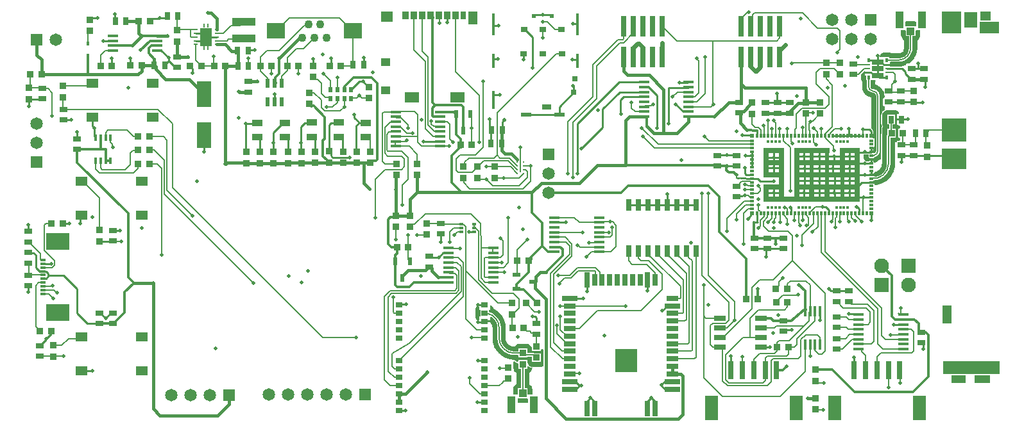
<source format=gtl>
G04*
G04 #@! TF.GenerationSoftware,Altium Limited,Altium Designer,21.6.4 (81)*
G04*
G04 Layer_Physical_Order=1*
G04 Layer_Color=255*
%FSLAX44Y44*%
%MOMM*%
G71*
G04*
G04 #@! TF.SameCoordinates,35F2EB46-45B6-4E83-8094-EA5E86E84025*
G04*
G04*
G04 #@! TF.FilePolarity,Positive*
G04*
G01*
G75*
%ADD10C,0.2000*%
%ADD12C,0.2540*%
%ADD13C,0.2500*%
%ADD14C,0.1500*%
%ADD16R,0.7800X0.9900*%
%ADD17R,0.9900X0.7800*%
%ADD18R,0.9500X0.9000*%
%ADD19R,1.5500X0.7450*%
%ADD20R,1.5500X0.6700*%
%ADD21R,0.4250X0.5150*%
%ADD22R,0.4250X0.2750*%
%ADD23R,0.9000X0.9500*%
%ADD24R,0.9000X0.7000*%
%ADD25R,0.7000X0.7000*%
%ADD26R,1.2000X0.6500*%
%ADD27R,0.4500X2.9000*%
%ADD28R,0.4500X1.9000*%
%ADD29R,0.7500X0.7000*%
%ADD30R,1.4000X0.5000*%
%ADD31R,0.4500X2.4000*%
%ADD32R,0.6000X0.6000*%
%ADD33R,0.8000X0.8000*%
%ADD34R,0.3000X0.3000*%
%ADD35R,0.3000X0.5400*%
%ADD36R,0.5400X0.5400*%
%ADD37R,0.5400X0.3000*%
%ADD38R,0.6000X1.0500*%
%ADD39R,1.4750X0.4500*%
%ADD40R,0.9000X0.8000*%
%ADD41R,3.0000X3.0300*%
%ADD42R,0.7000X2.0000*%
%ADD43R,2.0000X0.7000*%
%ADD44R,1.5000X0.7000*%
%ADD45R,0.7000X1.5000*%
%ADD46R,0.2540X0.2540*%
%ADD47R,1.0000X1.0500*%
%ADD48R,1.0500X2.2000*%
%ADD49R,0.7500X1.6000*%
%ADD50C,0.2500*%
%ADD51R,1.5500X1.3500*%
%ADD52R,1.2000X1.0000*%
%ADD53R,1.9000X1.3500*%
%ADD54R,1.1700X1.8000*%
%ADD55R,0.7500X1.1000*%
%ADD56R,0.8500X1.1000*%
%ADD57R,1.5500X1.3000*%
%ADD58R,0.8000X0.3000*%
%ADD59R,3.0500X2.2000*%
%ADD60R,1.5250X0.6500*%
%ADD61R,0.2500X0.6000*%
%ADD62R,1.6500X2.4000*%
%ADD63R,0.6000X0.2400*%
%ADD64R,3.2000X3.1000*%
%ADD65R,3.2000X2.7300*%
%ADD66R,7.5000X1.8000*%
%ADD67R,1.2000X2.4000*%
%ADD68R,2.5000X1.6500*%
%ADD69R,1.7000X2.1000*%
%ADD70R,2.5000X2.9000*%
%ADD71R,1.4000X1.2500*%
%ADD72R,1.9500X1.1000*%
%ADD73R,2.0000X1.1000*%
%ADD74R,1.0500X0.6000*%
%ADD75R,2.4000X2.0000*%
%ADD76R,0.5000X0.8000*%
%ADD77R,1.0000X0.6750*%
%ADD78R,1.8500X3.5000*%
%ADD79R,1.4000X0.9000*%
%ADD80R,0.4500X1.4250*%
%ADD81R,0.4200X0.5600*%
%ADD82R,3.0500X1.1400*%
%ADD83R,0.4700X0.3000*%
%ADD84R,0.3500X0.8500*%
%ADD85R,0.8000X2.4000*%
%ADD86R,1.8000X3.3000*%
%ADD87R,0.6000X1.2000*%
%ADD88R,1.4500X0.9500*%
%ADD89R,0.7400X2.7950*%
%ADD171C,0.1900*%
%ADD172C,0.4000*%
%ADD173C,0.2400*%
%ADD174C,0.3000*%
%ADD175C,0.3500*%
%ADD176C,0.3600*%
%ADD177C,0.1650*%
%ADD178C,0.6350*%
%ADD179C,0.5000*%
%ADD180C,0.2032*%
%ADD181C,0.6000*%
%ADD182C,0.3360*%
%ADD183C,1.6500*%
%ADD184R,1.6500X1.6500*%
%ADD185R,1.6500X1.6500*%
%ADD186C,1.1000*%
%ADD187R,1.9500X1.9500*%
%ADD188C,1.9500*%
%ADD189C,0.5000*%
G36*
X1186790Y533338D02*
Y528166D01*
X1186080Y527190D01*
X1173580D01*
X1172870Y528166D01*
Y533338D01*
X1174830Y533596D01*
X1184830D01*
X1186790Y533338D01*
D02*
G37*
G36*
X1172870Y522400D02*
X1173580Y521424D01*
Y514190D01*
X1177536D01*
Y500325D01*
X1177519Y499062D01*
X1177479Y497823D01*
X1177110Y495015D01*
X1175729Y491682D01*
X1173533Y488820D01*
X1170671Y486624D01*
X1167338Y485244D01*
X1165417Y484991D01*
X1164172Y484927D01*
Y484927D01*
X1162944Y484818D01*
X1162896Y484814D01*
X1151535D01*
Y486345D01*
X1144785D01*
Y486125D01*
X1139578D01*
X1139150Y486559D01*
X1138772Y487395D01*
X1139405Y488923D01*
X1140621Y490509D01*
X1142207Y491726D01*
X1144054Y492491D01*
X1146035Y492752D01*
X1150285D01*
X1152267Y492491D01*
X1154113Y491726D01*
X1154722Y491259D01*
X1163728D01*
X1165192Y491403D01*
X1166567Y491820D01*
X1167834Y492497D01*
X1168945Y493409D01*
X1169856Y494520D01*
X1170533Y495787D01*
X1170951Y497162D01*
X1171103Y498713D01*
X1171083Y498836D01*
X1171103Y499049D01*
X1171091Y499141D01*
Y508773D01*
X1171002Y508810D01*
X1169416Y510026D01*
X1168199Y511612D01*
X1167435Y513459D01*
X1167174Y515440D01*
Y522400D01*
X1172870D01*
D02*
G37*
G36*
X1192486Y515440D02*
X1192225Y513459D01*
X1191460Y511612D01*
X1190244Y510026D01*
X1188658Y508810D01*
X1188569Y508773D01*
Y499141D01*
X1188524Y498799D01*
X1188517Y498592D01*
X1188541Y497841D01*
X1188212Y494493D01*
X1188041Y493762D01*
X1187919Y493021D01*
X1186942Y489802D01*
X1186633Y489118D01*
X1186368Y488416D01*
X1184782Y485449D01*
X1184345Y484838D01*
X1183948Y484201D01*
X1181814Y481601D01*
X1181266Y481087D01*
X1180753Y480539D01*
X1178153Y478405D01*
X1177515Y478009D01*
X1177116Y477723D01*
X1173610D01*
Y475862D01*
X1173235Y475721D01*
X1172551Y475411D01*
X1169332Y474435D01*
X1168591Y474312D01*
X1167860Y474142D01*
X1165424Y473902D01*
X1165222Y473848D01*
X1165221D01*
X1165221Y473848D01*
X1165185D01*
X1165183Y473847D01*
X1165183D01*
X1165183Y473847D01*
X1164775D01*
X1164469Y473798D01*
X1164455Y473799D01*
X1164427Y473795D01*
X1164361Y473802D01*
X1164229Y473784D01*
X1164215Y473786D01*
X1164184Y473782D01*
X1154722D01*
X1154563Y473660D01*
X1152825D01*
Y474820D01*
X1148160D01*
Y477360D01*
X1152825D01*
Y480005D01*
X1154004Y480226D01*
X1163013D01*
X1164184Y480226D01*
X1164195Y480217D01*
X1164195Y480191D01*
X1164195Y480191D01*
X1165415Y480338D01*
X1167355Y480529D01*
X1170809Y481577D01*
X1173993Y483279D01*
X1176784Y485569D01*
X1179074Y488360D01*
X1180776Y491544D01*
X1181824Y494999D01*
X1182178Y498592D01*
X1182124Y499141D01*
X1182124Y499141D01*
Y514190D01*
X1186080D01*
Y521424D01*
X1186790Y522400D01*
X1192486D01*
Y515440D01*
D02*
G37*
G36*
X1159662Y416205D02*
X1161508Y415440D01*
X1163094Y414224D01*
X1164311Y412638D01*
X1164407Y412406D01*
X1163701Y411350D01*
X1161340D01*
Y405130D01*
X1167780D01*
Y402590D01*
X1161340D01*
Y396370D01*
X1163476D01*
X1164677Y395966D01*
X1164677Y395966D01*
X1165680Y394658D01*
X1166222Y393350D01*
X1165517Y392080D01*
X1163800D01*
Y380080D01*
X1165518D01*
X1166222Y378810D01*
X1165680Y377502D01*
X1164464Y375916D01*
X1163644Y375287D01*
X1161733D01*
Y374225D01*
X1161031Y373935D01*
X1159305Y373707D01*
Y345434D01*
X1159292Y345337D01*
X1159296Y345300D01*
X1159247Y344966D01*
X1159257Y344665D01*
X1159239Y344486D01*
Y344435D01*
X1159238Y344430D01*
X1159231Y344401D01*
X1158890Y340938D01*
X1158719Y340207D01*
X1158597Y339466D01*
X1157400Y335519D01*
X1157090Y334835D01*
X1156825Y334132D01*
X1154881Y330495D01*
X1154443Y329884D01*
X1154047Y329247D01*
X1151430Y326058D01*
X1150882Y325545D01*
X1150369Y324997D01*
X1147180Y322380D01*
X1146543Y321984D01*
X1145932Y321546D01*
X1142295Y319602D01*
X1141592Y319337D01*
X1140908Y319028D01*
X1136961Y317830D01*
X1136220Y317708D01*
X1135489Y317537D01*
X1133392Y317331D01*
X1133289Y317288D01*
X1132019Y317993D01*
Y318710D01*
X1131123D01*
X1130442Y319977D01*
X1130638Y320960D01*
X1130460Y321853D01*
X1130469Y322023D01*
X1130837Y322895D01*
X1131123Y323210D01*
X1132019D01*
Y323633D01*
X1134983Y323925D01*
X1139166Y325194D01*
X1143021Y327254D01*
X1146400Y330027D01*
X1149173Y333406D01*
X1151233Y337261D01*
X1152502Y341444D01*
X1152891Y345393D01*
X1152891Y345393D01*
D01*
X1152863Y346643D01*
Y379713D01*
X1154088Y380060D01*
X1154142Y380045D01*
X1154153Y380047D01*
X1154279Y380022D01*
X1154572Y380080D01*
X1160300D01*
Y392080D01*
X1156023D01*
Y397660D01*
X1158930D01*
Y410060D01*
X1148630D01*
Y397660D01*
X1151537D01*
Y392080D01*
X1148800D01*
Y383386D01*
X1148548Y383008D01*
X1148377Y382150D01*
Y345501D01*
X1148350Y345475D01*
X1148350D01*
X1148350Y345475D01*
X1148041Y342331D01*
X1147031Y339002D01*
X1145391Y335933D01*
X1143183Y333244D01*
X1140494Y331036D01*
X1137425Y329396D01*
X1134096Y328386D01*
X1133127Y328291D01*
X1132019Y328710D01*
D01*
X1130866Y328993D01*
X1130842Y329018D01*
X1130470Y329898D01*
X1130460Y330068D01*
X1130638Y330960D01*
Y332743D01*
X1132750Y334856D01*
X1133005Y334750D01*
X1134962Y335344D01*
X1136917Y336389D01*
X1138632Y337796D01*
X1140038Y339510D01*
X1141083Y341465D01*
X1141727Y343587D01*
X1141935Y345703D01*
Y382150D01*
X1142001Y382648D01*
Y383149D01*
X1142131Y383634D01*
X1142196Y384132D01*
X1142388Y384595D01*
X1142393Y384614D01*
Y390830D01*
X1142654Y392811D01*
X1142654Y392812D01*
X1142654Y392812D01*
X1143208Y394147D01*
Y394147D01*
X1143419Y394658D01*
X1143497Y394759D01*
X1143250Y395082D01*
X1142485Y396928D01*
X1142224Y398910D01*
Y408810D01*
X1142485Y410792D01*
X1143250Y412638D01*
X1144466Y414224D01*
X1146052Y415440D01*
X1146052Y415440D01*
X1146052Y415440D01*
X1147898Y416205D01*
X1149880Y416466D01*
X1157680D01*
X1159662Y416205D01*
D02*
G37*
G36*
X1119735Y467529D02*
Y467360D01*
X1124400D01*
Y464820D01*
X1119735D01*
Y462175D01*
X1121025D01*
Y455835D01*
X1122106D01*
Y447490D01*
X1122118Y447430D01*
X1122067Y447040D01*
X1122319Y445121D01*
X1123060Y443333D01*
X1124238Y441798D01*
X1125773Y440620D01*
X1127561Y439879D01*
X1128733Y439725D01*
X1128830Y439706D01*
Y439706D01*
X1129030Y439666D01*
X1129080Y439676D01*
X1131076Y439279D01*
X1132810Y438120D01*
X1133969Y436386D01*
X1134340Y434520D01*
X1134304Y434340D01*
Y364351D01*
X1134304Y363172D01*
X1134272Y363151D01*
X1134272Y363151D01*
X1134282Y363065D01*
X1134109Y361898D01*
X1133972Y361210D01*
X1133005Y359763D01*
X1132245Y359256D01*
X1131473Y359408D01*
X1130596Y360751D01*
X1130638Y360960D01*
X1130638Y360960D01*
Y365960D01*
X1130442Y366943D01*
X1131123Y368210D01*
X1132019D01*
Y378710D01*
X1129657D01*
X1129342Y379980D01*
X1129885Y380343D01*
X1130442Y381176D01*
X1130638Y382160D01*
Y388312D01*
X1130442Y389295D01*
X1129885Y390129D01*
X1127859Y392154D01*
Y433333D01*
X1127566Y433411D01*
X1127445Y433419D01*
X1127283Y433451D01*
X1127048Y433482D01*
X1126975Y433513D01*
X1125606Y433785D01*
X1125131Y433946D01*
X1124639Y434044D01*
X1124189Y434266D01*
X1123714Y434427D01*
X1123297Y434706D01*
X1122846Y434928D01*
X1120829Y436276D01*
X1120451Y436607D01*
X1120034Y436886D01*
X1119703Y437263D01*
X1119326Y437594D01*
X1119047Y438011D01*
X1118716Y438389D01*
X1117368Y440406D01*
X1117146Y440856D01*
X1116867Y441274D01*
X1116706Y441749D01*
X1116484Y442199D01*
X1116386Y442691D01*
X1116225Y443166D01*
X1115751Y445546D01*
X1115719Y446047D01*
X1115621Y446539D01*
X1115654Y447040D01*
X1115621Y447541D01*
X1115661Y447745D01*
Y453235D01*
X1115645Y453257D01*
X1114880Y455104D01*
X1114619Y457085D01*
Y462235D01*
X1114880Y464217D01*
X1115059Y464649D01*
X1118465Y468055D01*
X1119735Y467529D01*
D02*
G37*
G36*
X1124118Y353210D02*
X1125014D01*
X1125695Y351943D01*
X1125499Y350960D01*
Y348224D01*
X1121027D01*
X1119955Y349046D01*
X1118738Y350632D01*
X1117973Y352479D01*
X1117712Y354460D01*
Y357460D01*
X1117798Y358111D01*
X1124118D01*
Y353210D01*
D02*
G37*
G36*
X1133320Y455788D02*
X1133784Y454775D01*
X1133156Y453257D01*
X1133139Y453235D01*
Y450099D01*
X1134210Y449812D01*
X1136307Y448943D01*
X1138038Y447944D01*
X1139839Y446562D01*
X1140545Y445855D01*
X1141252Y445149D01*
X1142634Y443348D01*
X1143633Y441617D01*
X1144420Y439717D01*
Y436190D01*
X1144798D01*
X1145284Y434954D01*
X1145170Y434669D01*
X1144357Y433780D01*
X1143130D01*
Y420900D01*
X1145337D01*
Y416543D01*
X1145228Y416514D01*
X1143643Y415297D01*
X1143551Y415139D01*
X1143393Y415047D01*
X1142176Y413462D01*
X1142129Y413285D01*
X1141999Y413156D01*
X1141235Y411309D01*
Y411127D01*
X1141143Y410968D01*
X1140882Y408987D01*
X1140907Y408896D01*
X1140871Y408810D01*
Y398910D01*
X1140907Y398824D01*
X1140882Y398733D01*
X1141143Y396752D01*
X1141235Y396594D01*
Y396411D01*
X1141958Y394665D01*
X1141404Y393329D01*
Y393146D01*
X1141313Y392988D01*
X1141052Y391007D01*
X1141076Y390916D01*
X1141040Y390830D01*
Y384877D01*
X1140946Y384649D01*
Y384467D01*
X1140855Y384308D01*
X1140801Y383899D01*
X1140694Y383500D01*
X1140718Y383318D01*
X1140648Y383149D01*
Y382736D01*
X1140594Y382327D01*
X1140618Y382236D01*
X1140582Y382150D01*
Y351857D01*
X1140041Y351315D01*
X1138421Y350072D01*
X1136691Y349073D01*
X1135661Y348647D01*
X1134596Y347830D01*
X1132750Y347065D01*
X1131737Y346931D01*
X1130638Y347989D01*
Y350960D01*
X1130442Y351943D01*
X1131123Y353210D01*
X1132019D01*
Y354124D01*
X1132202Y354148D01*
X1134391Y355055D01*
X1136271Y356497D01*
X1137714Y358377D01*
X1138621Y360567D01*
X1138806Y361972D01*
X1138930Y362917D01*
X1138999Y363186D01*
X1139005Y363192D01*
X1138896Y364421D01*
X1138892Y364466D01*
Y434079D01*
X1138944Y434340D01*
X1138985D01*
X1138646Y436917D01*
X1137651Y439318D01*
X1136069Y441379D01*
X1134008Y442961D01*
X1131607Y443956D01*
X1129234Y444268D01*
X1129238Y444312D01*
X1128418Y444475D01*
X1127517Y445077D01*
X1126915Y445978D01*
X1126894Y446082D01*
X1126755Y447257D01*
X1126752Y447282D01*
X1126752Y447282D01*
X1126694Y448493D01*
X1126694Y448672D01*
Y455835D01*
X1127775D01*
Y456045D01*
X1133095D01*
X1133320Y455788D01*
D02*
G37*
G36*
X607717Y156864D02*
X608700Y156669D01*
X610637D01*
Y152405D01*
X610677D01*
X611851Y151922D01*
Y143977D01*
X610680Y143485D01*
X610637D01*
Y138858D01*
X608608D01*
X607657Y138669D01*
X606547Y140117D01*
X605782Y141963D01*
X605521Y143945D01*
Y151945D01*
X605782Y153926D01*
X606547Y155773D01*
X607497Y157011D01*
X607717Y156864D01*
D02*
G37*
G36*
X626005Y158575D02*
X627591Y157359D01*
X628808Y155773D01*
X629573Y153926D01*
X629587Y153816D01*
X632324Y152354D01*
X632934Y151916D01*
X633572Y151520D01*
X636669Y148978D01*
X637182Y148430D01*
X637730Y147917D01*
X640272Y144820D01*
X640668Y144182D01*
X641106Y143572D01*
X642995Y140038D01*
X643259Y139335D01*
X643569Y138652D01*
X644732Y134817D01*
X644854Y134077D01*
X645025Y133345D01*
X645417Y129358D01*
X645393Y128615D01*
X645436Y128291D01*
X645436Y114896D01*
X645431Y114862D01*
X645639Y112748D01*
X646268Y110677D01*
X647288Y108768D01*
X648661Y107094D01*
X650335Y105721D01*
X652244Y104701D01*
X654316Y104072D01*
X656433Y103864D01*
X656470Y103869D01*
X656954D01*
X657856Y105044D01*
X659442Y106260D01*
X661288Y107025D01*
X663270Y107286D01*
X672770D01*
X674752Y107025D01*
X676598Y106260D01*
X678184Y105044D01*
X679400Y103458D01*
X680063Y101860D01*
Y98270D01*
X692063D01*
Y99988D01*
X693333Y100693D01*
X694641Y100151D01*
X695186Y99732D01*
Y78308D01*
X694641Y77890D01*
X692794Y77125D01*
X690813Y76864D01*
X681313D01*
X679331Y77125D01*
X677485Y77890D01*
X675899Y79106D01*
X674682Y80692D01*
X674020Y82290D01*
Y85880D01*
X662020D01*
Y84162D01*
X660750Y83458D01*
X659442Y84000D01*
X657856Y85216D01*
X656954Y86391D01*
X656608D01*
X656470Y86373D01*
X656096Y86422D01*
X655720Y86410D01*
X651647Y86811D01*
X650916Y86982D01*
X650175Y87104D01*
X646260Y88292D01*
X645575Y88602D01*
X644873Y88866D01*
X641264Y90795D01*
X640654Y91232D01*
X640016Y91629D01*
X636853Y94225D01*
X636340Y94773D01*
X635792Y95286D01*
X633196Y98449D01*
X632799Y99087D01*
X632362Y99697D01*
X630433Y103306D01*
X630168Y104009D01*
X629859Y104692D01*
X628671Y108608D01*
X628549Y109349D01*
X628378Y110080D01*
X627978Y114145D01*
X627990Y114516D01*
X627941Y114885D01*
X627958Y115019D01*
X627958Y128291D01*
X627971Y128391D01*
X627967Y128434D01*
X627977Y128506D01*
X627763Y130677D01*
X627160Y132667D01*
X626180Y134501D01*
X625216Y135675D01*
X617677D01*
Y138215D01*
X624717D01*
Y142469D01*
X625987Y143230D01*
X626829Y142780D01*
X629412Y140660D01*
X631532Y138077D01*
X633107Y135130D01*
X634077Y131933D01*
X634310Y129565D01*
X634377Y128329D01*
X634377D01*
X634403Y127077D01*
X634403Y114896D01*
X634402Y114895D01*
X634341D01*
X634766Y110586D01*
X636025Y106434D01*
X638070Y102608D01*
X640822Y99255D01*
X644175Y96503D01*
X648001Y94458D01*
X652153Y93199D01*
X656470Y92773D01*
Y92836D01*
X656470Y92836D01*
X661122Y92836D01*
X662020Y91938D01*
Y89380D01*
X674020D01*
Y90416D01*
X680063D01*
Y83270D01*
X692063D01*
Y94770D01*
X683340D01*
X683251Y94830D01*
X682373Y95004D01*
X674020D01*
Y100880D01*
X662020D01*
Y97424D01*
X656470Y97424D01*
X656466Y97423D01*
X653060Y97759D01*
X649781Y98753D01*
X646758Y100369D01*
X644110Y102543D01*
X641936Y105191D01*
X640320Y108214D01*
X639326Y111493D01*
X638991Y114894D01*
X638991Y114896D01*
X638991Y126986D01*
X639019Y128253D01*
X639054Y128608D01*
X638967Y129494D01*
X638637Y132840D01*
X637403Y136910D01*
X635398Y140660D01*
X632700Y143948D01*
X629412Y146646D01*
X625662Y148651D01*
X623531Y149297D01*
Y151922D01*
X624704Y152405D01*
X624717D01*
Y157966D01*
X625773Y158672D01*
X626005Y158575D01*
D02*
G37*
G36*
X676661Y76816D02*
X676837Y76769D01*
X676967Y76640D01*
X678813Y75875D01*
X678996D01*
X679154Y75783D01*
X680424Y75616D01*
X680165Y73648D01*
X679400Y71802D01*
X678184Y70216D01*
X676759Y69123D01*
Y53838D01*
X676848Y53801D01*
X678434Y52584D01*
X679650Y50998D01*
X680415Y49152D01*
X680676Y47170D01*
Y40210D01*
X674980D01*
X674270Y41186D01*
Y48420D01*
X670314D01*
Y74380D01*
X674020D01*
Y77364D01*
X674443Y77632D01*
X675290Y77868D01*
X676661Y76816D01*
D02*
G37*
G36*
X656941Y84301D02*
X657032Y84143D01*
X658618Y82926D01*
X658795Y82879D01*
X658924Y82750D01*
X660232Y82208D01*
X660314D01*
X660378Y82157D01*
X660750Y82199D01*
X661297Y82170D01*
X662020Y81249D01*
Y74380D01*
X665726D01*
Y48420D01*
X661770D01*
Y41186D01*
X661060Y40210D01*
X655364D01*
Y47170D01*
X655625Y49152D01*
X656389Y50998D01*
X657606Y52584D01*
X659192Y53801D01*
X659281Y53838D01*
Y69123D01*
X657856Y70216D01*
X656639Y71802D01*
X655875Y73648D01*
X655614Y75630D01*
Y83830D01*
X656373Y84195D01*
X656884Y84334D01*
X656941Y84301D01*
D02*
G37*
G36*
X674270Y35420D02*
X674980Y34444D01*
Y29272D01*
X673020Y29014D01*
X663020D01*
X661060Y29272D01*
Y34444D01*
X661770Y35420D01*
X674270D01*
D02*
G37*
D10*
X1164221Y482521D02*
G03*
X1179830Y499141I-459J16071D01*
G01*
X1164184Y482520D02*
G03*
X1164221Y482521I-10J2000D01*
G01*
X1136598Y363172D02*
G03*
X1136599Y363142I2000J18D01*
G01*
X1131005Y356265D02*
G03*
X1136599Y363142I-1153J6651D01*
G01*
X1136650Y434340D02*
G03*
X1129030Y441960I-7620J0D01*
G01*
X1124400Y447490D02*
G03*
X1129030Y441960I5080J-450D01*
G01*
X636697Y114896D02*
G03*
X656470Y95130I19773J7D01*
G01*
X636697Y128291D02*
G03*
X621177Y147567I-19337J317D01*
G01*
X1179830Y499141D02*
Y520690D01*
X1148160Y482520D02*
X1164184D01*
X1124400Y459210D02*
X1125525Y458085D01*
X1136598Y363172D02*
Y434340D01*
Y363172D02*
Y363172D01*
X1130931Y356258D02*
X1131005Y356265D01*
X1128068Y355960D02*
X1130931Y356258D01*
X1124400Y447490D02*
Y459210D01*
Y459660D01*
X1086620Y279512D02*
X1086869Y279760D01*
X1086620Y269573D02*
Y279512D01*
X1086372Y269325D02*
X1086620Y269573D01*
X1107368Y276878D02*
X1114959Y269288D01*
X1115054D01*
X1107368Y276878D02*
Y279260D01*
X1106544Y269385D02*
X1106945D01*
X1101869Y274060D02*
X1106544Y269385D01*
X1098550Y269240D02*
Y270052D01*
X1096869Y271733D02*
X1098550Y270052D01*
X1096869Y278693D02*
X1097368Y279193D01*
X1096869Y271733D02*
Y278693D01*
X1101869Y274060D02*
Y279760D01*
X1106869D02*
X1107368Y279260D01*
X609720Y325120D02*
X618813D01*
X608330Y326510D02*
X609720Y325120D01*
X619760D02*
X628650Y316230D01*
X598170Y312420D02*
X668099D01*
X678180Y322501D01*
X589951Y320639D02*
X598170Y312420D01*
X582930Y334010D02*
X601080D01*
X604330Y337260D01*
X669192Y342860D02*
X678140D01*
X678180Y322501D02*
Y342900D01*
X1019810Y111760D02*
X1038910Y130860D01*
X1002958D02*
X1038910D01*
X1045929Y137879D01*
X1000368Y128270D02*
X1002958Y130860D01*
X1029970Y106680D02*
Y114300D01*
X1053540Y137870D01*
Y150390D01*
X1045929Y137879D02*
Y149279D01*
X1005960Y111760D02*
X1019810D01*
X1003420Y109220D02*
X1005960Y111760D01*
X967740Y115570D02*
Y140974D01*
Y115570D02*
X982160D01*
X958850D02*
X967740D01*
Y140974D02*
X978885Y152119D01*
X1006150Y166297D02*
X1011186Y171334D01*
X1030428Y172720D02*
X1031240D01*
X1029042Y171334D02*
X1030428Y172720D01*
X1011186Y171334D02*
X1029042D01*
X617677Y147945D02*
X621177Y147567D01*
X636697Y114896D02*
X636697Y128291D01*
X664270Y95130D02*
X668020D01*
X656470Y95130D02*
X664270Y95130D01*
X668020Y41920D02*
Y80130D01*
X670440Y92710D02*
X682373D01*
X677156Y124270D02*
X679479Y121947D01*
X683853D01*
X672920Y124270D02*
X677156D01*
X685800Y104283D02*
Y120000D01*
X674370Y327660D02*
Y335280D01*
X671830Y337820D02*
X674370Y335280D01*
X662940Y316230D02*
X674370Y327660D01*
X669152Y337820D02*
X671830D01*
X628650Y316230D02*
X662940D01*
X1117234Y280126D02*
Y300624D01*
X1117570Y300960D01*
X997033Y382324D02*
Y391947D01*
X1117141Y382938D02*
Y391206D01*
X965470Y315960D02*
X970669D01*
X960901Y318246D02*
X963184D01*
X1036881Y382172D02*
Y393503D01*
X1061790Y382238D02*
Y391881D01*
X1016585Y382443D02*
Y391473D01*
X961390Y303530D02*
X965200D01*
X967770Y300960D01*
X970669D01*
X1116869Y279760D02*
X1117234Y280126D01*
X963184Y318246D02*
X965470Y315960D01*
X1005780Y189170D02*
X1010920Y194310D01*
X1021080Y190500D02*
X1041400D01*
X1047040Y150390D02*
Y184860D01*
X1041400Y190500D02*
X1047040Y184860D01*
X1017041Y180351D02*
Y186461D01*
X1021080Y190500D01*
X664736Y345386D02*
Y366644D01*
Y345386D02*
X664802Y345320D01*
X664670Y366711D02*
X664736Y366644D01*
X664802Y335320D02*
Y345320D01*
X615950Y367030D02*
Y454660D01*
X633984Y356870D02*
Y412902D01*
X700206Y532964D02*
X710590Y522580D01*
X694690Y532964D02*
X700206D01*
X633984Y412902D02*
X711962Y490880D01*
X719730D01*
X710590Y522580D02*
X718730D01*
X978885Y152119D02*
X1013179D01*
X982160Y128270D02*
X1000368D01*
X580390Y351790D02*
X585470Y356870D01*
X605790D02*
X615950Y367030D01*
X585470Y356870D02*
X605790D01*
X580390Y336550D02*
Y351790D01*
Y336550D02*
X582930Y334010D01*
X619760Y341630D02*
X631070D01*
X616070Y349250D02*
X649022D01*
X612330Y345510D02*
X616070Y349250D01*
X591411Y343642D02*
Y347381D01*
X589951Y320639D02*
Y325839D01*
X649022Y349250D02*
X660452Y337820D01*
X629984Y352870D02*
X633984Y356870D01*
X596900Y352870D02*
X629984D01*
X591411Y347381D02*
X596900Y352870D01*
X990600Y91440D02*
X1016391D01*
X1018420Y93469D01*
X987820Y88660D02*
X990600Y91440D01*
X1018420Y93469D02*
Y102870D01*
X987820Y72640D02*
Y88660D01*
X1026160Y102870D02*
X1029970Y106680D01*
X1018420Y102870D02*
X1026160D01*
X987820Y58674D02*
Y72640D01*
X935990Y92710D02*
X958850Y115570D01*
X935990Y59436D02*
Y92710D01*
Y59436D02*
X939537Y55889D01*
X1017150Y156090D02*
Y162297D01*
X1013179Y152119D02*
X1017150Y156090D01*
X1005780Y184090D02*
Y189170D01*
X1003420Y102870D02*
Y109220D01*
X650403Y352870D02*
X660452Y342820D01*
X637984Y352870D02*
X650403D01*
X633984Y356870D02*
X637984Y352870D01*
X631190Y341510D02*
X651762D01*
X660452Y332820D01*
X939537Y55889D02*
X985035D01*
X987820Y58674D01*
X972820Y72640D02*
Y86995D01*
X980560Y94735D01*
X1000125D01*
X1003420Y98030D01*
X660452Y347820D02*
Y350976D01*
D12*
X1181183Y471200D02*
X1197060D01*
X1181100Y471283D02*
X1181183Y471200D01*
X1168347Y404427D02*
X1176183D01*
X1184013Y426532D02*
X1195681D01*
X1136031Y480109D02*
Y487954D01*
X1166163Y426840D02*
X1183705D01*
Y426840D02*
X1183705Y426840D01*
X1183705Y426840D02*
Y426840D01*
X1124400Y482520D02*
X1130220D01*
X1136280Y462310D02*
Y471090D01*
X1148160D02*
X1168700D01*
X1180050Y457282D02*
X1181100D01*
X1173060Y464190D02*
X1173142D01*
X1180050Y457282D01*
X1173060Y464190D02*
Y466730D01*
X1168700Y471090D02*
X1173060Y466730D01*
X1136280Y471090D02*
Y479860D01*
X1138930Y459660D02*
X1148160D01*
X1166163Y426840D02*
X1166663Y427340D01*
X1150620D02*
X1151120Y426840D01*
X1166163D02*
Y426840D01*
X1151120Y426840D02*
X1166163D01*
X1141730Y478790D02*
X1144430Y476090D01*
X1148160D01*
X537254Y374734D02*
X548724D01*
X549015Y375025D01*
X558868D01*
X977900Y267970D02*
X978073Y268143D01*
X451866Y399588D02*
X461070D01*
X445842Y406439D02*
X452693Y399588D01*
X445842Y406439D02*
Y410138D01*
X445770Y410210D02*
X445842Y410138D01*
X338927Y361261D02*
Y386487D01*
X351830Y399390D01*
X354330D01*
X338927Y361261D02*
X339090Y361098D01*
X375273Y361995D02*
Y394323D01*
Y361995D02*
X375920Y361348D01*
X375273Y394323D02*
X380538Y399588D01*
X797104Y430074D02*
X801140Y434110D01*
X821920D01*
X834390Y447040D02*
X845323Y436107D01*
Y426261D02*
Y436107D01*
Y392356D02*
Y422099D01*
X845324Y422101D02*
Y426259D01*
X845323Y422099D02*
X845324Y422101D01*
X845323Y426261D02*
X845324Y426259D01*
X827870Y446780D02*
X832995D01*
X860171Y445901D02*
X885751D01*
X886630Y446780D01*
X860171Y398258D02*
Y445901D01*
X628989Y435419D02*
X629760Y436190D01*
X637540D01*
X628989Y434001D02*
Y435419D01*
X797104Y410978D02*
Y430074D01*
X624426Y392194D02*
X625541Y391079D01*
X624426Y392194D02*
Y404691D01*
X302260Y398780D02*
X316890D01*
X302260Y361842D02*
X303005Y361098D01*
X302260Y361842D02*
Y398780D01*
X734801Y440060D02*
X734903Y440162D01*
X734527Y448540D02*
X734903Y448163D01*
Y440162D02*
Y448163D01*
X716200Y420499D02*
X735280Y439580D01*
X416486Y354007D02*
X439936D01*
X415624Y354869D02*
X416486Y354007D01*
X414768Y355725D02*
X415624Y354869D01*
X414609Y360071D02*
X414768Y355725D01*
X740410Y332740D02*
Y398780D01*
X794910Y453280D02*
X827870D01*
X740410Y398780D02*
X794910Y453280D01*
X745490Y365760D02*
X773497Y393767D01*
Y418151D01*
X710150Y267840D02*
X725040D01*
X710020Y267970D02*
X710150Y267840D01*
X725040D02*
X725170Y267970D01*
X989257Y231687D02*
X989330Y231614D01*
Y222250D02*
Y231614D01*
X680720Y143510D02*
X681032Y143198D01*
X685653Y134147D02*
Y141710D01*
X681032Y143198D02*
X684165D01*
X685653Y141710D01*
X608608Y136289D02*
X617021D01*
X504720Y18903D02*
X513598D01*
X505026Y159294D02*
X513820D01*
X608612Y84886D02*
X617619D01*
X608700Y159238D02*
X617384D01*
X608439Y29925D02*
X617657D01*
X752777Y176922D02*
Y191580D01*
X852170Y151130D02*
X858520Y157480D01*
X832636Y177304D02*
Y188746D01*
X732790Y167640D02*
X748030D01*
X837616Y36144D02*
X843280Y30480D01*
X850782Y53222D02*
X857250Y59690D01*
X757835Y35915D02*
X763270Y30480D01*
X850782Y52188D02*
X857250Y45720D01*
X737870Y46990D02*
X743403Y52523D01*
X737870Y57150D02*
X742497Y52523D01*
X831850Y30480D02*
X837616Y36246D01*
X751840Y30480D02*
X757275Y35915D01*
X1089368Y322960D02*
X1099440D01*
X1099130Y355518D02*
X1108811D01*
X1076960Y338960D02*
Y345110D01*
Y333368D02*
Y338960D01*
X1099191Y323209D02*
Y339254D01*
X1109368Y330960D02*
X1119409D01*
X1099130Y339193D02*
X1099363Y338960D01*
X1109368D01*
X1119409Y330960D02*
X1128068D01*
X1089368Y339193D02*
X1099130D01*
X1099191Y339254D01*
Y346960D01*
X1076960Y338960D02*
X1089368D01*
X1078952Y306960D02*
Y314960D01*
X1029369Y338947D02*
X1049356D01*
X1029414Y355005D02*
X1039092D01*
X1059107Y339017D02*
Y355149D01*
X1059369Y322769D02*
X1069177D01*
X1039575Y315167D02*
Y322960D01*
X1029369D02*
X1039575D01*
X1069368D02*
X1089368D01*
X1079368Y315377D02*
Y330960D01*
X1059369Y298960D02*
Y306960D01*
X1029369D02*
X1039415D01*
X1039369Y307006D02*
Y314960D01*
X999097Y353837D02*
X1009369D01*
X1096869Y382160D02*
X1101869D01*
X1021868Y279760D02*
Y286558D01*
X1119551Y360680D02*
X1127788D01*
X1119409Y345654D02*
X1128736D01*
X1111464D02*
X1119409D01*
X1111280Y300960D02*
X1117570D01*
X970669Y325960D02*
X978330D01*
X1071868Y279760D02*
Y284492D01*
X1063182Y288180D02*
X1068180D01*
X1071868Y284492D01*
X1117570Y300960D02*
X1128068D01*
X1111869Y279760D02*
Y285683D01*
X1109262Y288290D02*
X1111869Y285683D01*
X970669Y345960D02*
Y350960D01*
X965287Y272632D02*
X970669Y279760D01*
X1115368Y320960D02*
X1128068D01*
X1109368Y314960D02*
X1115368Y320960D01*
X1128068Y330960D02*
Y335960D01*
X1106869Y382160D02*
X1111869D01*
X937260Y356870D02*
X949340D01*
X925180D02*
X937260D01*
X1128068Y270540D02*
Y279760D01*
X1091869Y382160D02*
X1096869D01*
X1128068Y345960D02*
Y350960D01*
X986585Y426100D02*
X1018670D01*
X1003234Y426764D02*
Y438626D01*
X1101869Y382160D02*
X1106869D01*
X1086869D02*
X1091869D01*
X1081869D02*
X1086869D01*
X1076869D02*
X1081869D01*
X970669Y350960D02*
Y355960D01*
X960493Y355935D02*
X969373D01*
X1111869Y382160D02*
X1116869D01*
X1117141Y391206D02*
X1125174D01*
X1128068Y382160D02*
Y388312D01*
X972820Y248300D02*
X974090Y247030D01*
X970669Y340960D02*
Y345960D01*
X949960Y301610D02*
X961390Y303530D01*
X972820Y233030D02*
X1010920D01*
X1046869Y279760D02*
Y281059D01*
X1098601Y382927D02*
Y391618D01*
X1128068Y360960D02*
Y365960D01*
X970669Y355960D02*
Y360960D01*
X951230Y326390D02*
X953770D01*
X974090Y267970D02*
X976630D01*
X961390Y332740D02*
X963170Y330960D01*
X961390Y332740D02*
Y340360D01*
X963170Y330960D02*
X970669D01*
X957580Y383540D02*
X969288D01*
X1099130Y362960D02*
X1099147D01*
X1059055Y355097D02*
X1069368D01*
X1039575Y330960D02*
Y339450D01*
X1069368Y355097D02*
X1078655D01*
X1049506D02*
X1059055D01*
X1009369Y340196D02*
X1009396D01*
X999480Y331071D02*
Y340196D01*
X990605D02*
X999151D01*
X999490Y307340D02*
X1008989D01*
X999490D02*
Y314960D01*
X989749Y307340D02*
X999228D01*
X1059180Y339090D02*
X1059310Y338960D01*
X1049369D02*
X1059050D01*
X1039092Y355005D02*
X1049323D01*
X1039277Y306822D02*
X1039369Y306730D01*
Y298960D02*
Y306730D01*
X1089368Y354960D02*
X1099368D01*
Y346960D02*
Y354960D01*
X1089368Y306960D02*
X1099368D01*
X1049369Y322960D02*
X1058800D01*
X1059369Y314960D02*
Y322392D01*
X1059180Y322580D02*
X1059369Y322392D01*
X1059180Y322580D02*
X1059369Y322769D01*
Y330960D01*
X1039415Y306960D02*
X1049369D01*
X1039277Y306822D02*
X1039369Y306914D01*
X1039415Y306960D01*
X1079368Y298960D02*
Y306960D01*
X1078952D02*
X1079368D01*
X1089368D01*
X1069368D02*
X1078952D01*
X999097Y353837D02*
Y362688D01*
X1099368Y298960D02*
Y306888D01*
X1078810Y346735D02*
Y355028D01*
X981710Y322580D02*
X999490D01*
X1039575Y339450D02*
Y346934D01*
X1099440Y306960D02*
X1108368D01*
X1099404Y306924D02*
X1099440Y306960D01*
X1039092Y355005D02*
Y362683D01*
X1059055Y355097D02*
X1059107Y355149D01*
Y362405D01*
X999228Y299100D02*
Y307340D01*
X1099440Y322960D02*
X1109368D01*
X1099368Y323032D02*
X1099440Y322960D01*
X990492Y353837D02*
X999097D01*
X1109980Y360680D02*
X1119551D01*
X1099368Y306960D02*
Y314960D01*
X1099130Y355518D02*
X1099147Y355535D01*
Y362960D01*
X1099368Y314960D02*
Y323032D01*
X1039575Y346934D02*
Y348282D01*
X1039092Y348765D02*
X1039575Y348282D01*
X1039092Y348765D02*
Y355005D01*
X999097Y340580D02*
Y346960D01*
X999480Y340196D02*
X1009369D01*
X999097Y346960D02*
Y353837D01*
X1059050Y338960D02*
X1059180Y339090D01*
X1078655Y355097D02*
X1078810Y355252D01*
X1099368Y306960D02*
X1099404Y306924D01*
X999151Y340196D02*
X999316Y340360D01*
X999228Y307340D02*
X999490D01*
X1058800Y322960D02*
X1059180Y322580D01*
X1078952Y306939D02*
Y306960D01*
X1099368Y306888D02*
X1099404Y306924D01*
X1078810Y355028D02*
X1078879Y355097D01*
X1059107Y362405D02*
X1059160Y362458D01*
X999316Y340360D02*
X999480Y340196D01*
X1069368Y338960D02*
X1076960D01*
X1078879Y355097D02*
X1089231D01*
X1111250Y345440D02*
X1111464Y345654D01*
X978330Y325960D02*
X981710Y322580D01*
X1125174Y391206D02*
X1128068Y388312D01*
X1059369Y330960D02*
Y338901D01*
X1059310Y338960D02*
X1059369Y338901D01*
X1059310Y338960D02*
X1069368D01*
X1189376Y471455D02*
Y478420D01*
X1189222Y471301D02*
X1189376Y471455D01*
X1198880Y447040D02*
Y455545D01*
X1197143Y457282D02*
X1198880Y455545D01*
X1197060Y471200D02*
X1197143Y471283D01*
X1167933Y356137D02*
X1226087D01*
X1074409Y177180D02*
X1098550D01*
X1060245Y138635D02*
Y153465D01*
X628733Y483787D02*
X635145D01*
X254000Y513080D02*
X264142D01*
X1039575Y322960D02*
Y330960D01*
X188580Y538017D02*
X196200D01*
X187914D02*
X188580D01*
X457015Y454062D02*
X457678D01*
X969288Y383540D02*
X970669Y382160D01*
X1049369Y306960D02*
X1059369D01*
X1039575Y322960D02*
X1049369D01*
X1059369Y306960D02*
Y314960D01*
Y306960D02*
X1069368D01*
X1127788Y360680D02*
X1128068Y360960D01*
X1098601Y382927D02*
X1099369Y382160D01*
X858955Y291285D02*
Y305022D01*
X871220Y290850D02*
X883920D01*
X896620D01*
X833120D02*
X845820D01*
X807720D02*
X820420D01*
X858520D02*
X871220D01*
X845820D02*
X858520D01*
X820420D02*
X833120D01*
X568320Y532186D02*
Y541320D01*
X187239Y537343D02*
X187914Y538017D01*
X176663Y537343D02*
X187239D01*
X175260Y535940D02*
X176663Y537343D01*
X99180Y538480D02*
X106680D01*
X96520Y535820D02*
X99180Y538480D01*
X557158Y221929D02*
X557209D01*
X124497Y148041D02*
X125730D01*
X109220D02*
X110616D01*
X1082040Y163180D02*
X1082690D01*
X86296Y71796D02*
X99932D01*
X246957Y361317D02*
Y370147D01*
X1060245Y153465D02*
X1060397Y153617D01*
X1060245Y138635D02*
X1060450Y138430D01*
X1013539Y125809D02*
X1022508D01*
X986790Y102870D02*
X994338D01*
X942703Y75837D02*
Y90776D01*
X1105111Y77259D02*
Y89593D01*
X1071643Y179946D02*
X1074409Y177180D01*
X1098564Y146904D02*
X1105316D01*
X1196340Y100330D02*
Y107950D01*
X1157613Y132439D02*
X1169339D01*
X1167754Y347416D02*
Y355958D01*
X975501Y468283D02*
X976283D01*
X974437D02*
X975501D01*
X869846Y424177D02*
X879743Y414280D01*
X886630D01*
X874530Y452754D02*
X886105D01*
X820317Y504621D02*
X821259D01*
X819581D02*
X820317D01*
X630147Y528213D02*
X635706D01*
X850782Y52188D02*
Y52766D01*
Y53222D01*
Y52766D02*
Y53222D01*
X837616Y36144D02*
Y36246D01*
Y36490D01*
X757275Y35915D02*
X757835D01*
X757275D02*
Y36490D01*
X742497Y52523D02*
X745044D01*
X743403D02*
X745044D01*
X547990Y222900D02*
X548961Y221929D01*
X557158D01*
X562610Y227330D02*
X567690D01*
X557209Y221929D02*
X562610Y227330D01*
X597042Y255093D02*
X603723D01*
X560070Y241682D02*
Y252700D01*
X626080Y372110D02*
Y389240D01*
X716200Y410210D02*
Y420499D01*
X675640Y410210D02*
X716200D01*
X733532Y483000D02*
X739540D01*
X734060Y530860D02*
X739000D01*
X683340Y542290D02*
X694690D01*
X705320D01*
X668930Y482915D02*
Y490880D01*
X441490Y443165D02*
X452386Y454062D01*
X457015D01*
X464157Y446920D01*
X464820D01*
X458008Y476408D02*
Y485891D01*
X391249Y474949D02*
Y483905D01*
X415260Y477370D02*
Y484421D01*
X340431Y426991D02*
Y437435D01*
X305578Y495428D02*
X314019D01*
X228633Y474787D02*
X231824Y471596D01*
Y465182D02*
Y471596D01*
X200653Y481565D02*
X209346Y472872D01*
X212090D01*
X200653Y485245D02*
X201123Y485715D01*
X190715Y495038D02*
X199567Y486186D01*
X200653D02*
X201123Y485715D01*
X200653Y481565D02*
Y485245D01*
X195580Y476493D02*
X200653Y481565D01*
X199567Y486186D02*
X200653D01*
X195580Y475443D02*
Y476493D01*
X185590Y495038D02*
X190715D01*
X149793Y475510D02*
Y484846D01*
X125635Y475017D02*
Y484556D01*
X114691Y507395D02*
X126187D01*
X129841Y534182D02*
Y543625D01*
X127038Y257229D02*
X136584D01*
X83613Y266217D02*
Y275383D01*
X124426Y147970D02*
X127000D01*
X112900Y145411D02*
X116804Y141507D01*
X117675D02*
X118145Y141036D01*
Y141689D01*
X124426Y147970D01*
X116804Y141507D02*
X117675D01*
X112900Y145411D02*
Y145757D01*
X110616Y148041D02*
X112900Y145757D01*
X30480Y104790D02*
X38842Y113152D01*
Y113858D01*
X45720Y120736D01*
Y124460D01*
X15240Y175963D02*
Y184150D01*
X34769Y213360D02*
X45720D01*
X15097Y256063D02*
Y264368D01*
X60897Y266757D02*
X69956D01*
X102870Y381670D02*
X104550Y379990D01*
X102870Y381670D02*
Y392430D01*
X99950Y395350D02*
X102870Y392430D01*
X99950Y395350D02*
Y406760D01*
X80010Y378460D02*
Y387350D01*
X62230Y403210D02*
X71740D01*
X16510Y421640D02*
Y430770D01*
X33849Y430709D02*
X34290Y431150D01*
X16571Y430709D02*
X33849D01*
X109542Y242690D02*
X126500D01*
X640730Y400840D02*
X643750Y403860D01*
X640730Y389890D02*
Y400840D01*
X680720Y472440D02*
Y512790D01*
X670930Y522580D02*
X680720Y512790D01*
X414700Y399588D02*
X425165D01*
X412225Y362355D02*
Y397113D01*
X414700Y399588D01*
X430267Y362070D02*
Y377123D01*
X448310Y362071D02*
Y396032D01*
X451866Y399588D01*
X321047Y361097D02*
Y376842D01*
X358097Y361567D02*
Y376640D01*
X380538Y399588D02*
X389605D01*
X394182Y361545D02*
Y377123D01*
X1136280Y462310D02*
X1138930Y459660D01*
X1127760Y466090D02*
X1129030Y464820D01*
X236141Y508080D02*
X246300D01*
X236141Y518080D02*
X245030D01*
X161290Y518160D02*
Y518348D01*
X773497Y418151D02*
X795626Y440280D01*
X827870D01*
D13*
X937451Y342709D02*
X949501D01*
X955040Y326390D02*
X970669Y325960D01*
X30300Y203280D02*
X34489D01*
D14*
X34290Y445770D02*
X34910Y445150D01*
X16510Y445770D02*
X34290D01*
X16510D02*
X16510D01*
X17900Y447160D01*
X16510Y445770D02*
X16510Y445770D01*
X39090Y266700D02*
X45840D01*
X36689Y264299D02*
X39090Y266700D01*
X36689Y230951D02*
Y264299D01*
Y230951D02*
X50220Y217421D01*
Y211496D02*
Y217421D01*
X47004Y208280D02*
X50220Y211496D01*
X34689Y208280D02*
X47004D01*
X1148160Y466090D02*
X1156970D01*
X1159510Y463550D01*
Y454660D02*
Y463550D01*
X1118616Y471090D02*
X1124400D01*
X1111076Y463550D02*
X1118616Y471090D01*
X1167163Y441840D02*
X1169670Y444347D01*
X1154820Y444490D02*
Y449970D01*
X1150620Y441760D02*
X1152090D01*
X1154820Y444490D01*
X1167933Y370137D02*
X1169550Y371754D01*
Y386080D01*
X1105188Y476090D02*
X1124400D01*
X1104488Y476790D02*
X1105188Y476090D01*
X1150620Y441340D02*
X1151890Y440070D01*
X1165393Y441340D02*
X1166663D01*
X1164123Y440070D02*
X1165393Y441340D01*
X1167163Y441840D02*
X1183705D01*
X1166663D02*
X1167163D01*
X1166663Y441340D02*
X1167163Y441840D01*
X1150620Y382150D02*
X1154550Y386080D01*
X1154279Y382061D02*
Y382080D01*
X1154550Y386080D01*
X1153780Y386850D02*
X1154550Y386080D01*
X1151890Y440070D02*
X1164123D01*
X1154820Y449970D02*
X1159510Y454660D01*
X1104488Y463550D02*
X1111076D01*
X886898Y434048D02*
X895377D01*
X900430Y439102D01*
Y481838D01*
X886630Y433780D02*
X886898Y434048D01*
X897636Y484632D02*
X900430Y481838D01*
X558634Y394759D02*
X558868Y394525D01*
X547370Y397510D02*
Y402082D01*
X550121Y394759D02*
X558634D01*
X547370Y397510D02*
X550121Y394759D01*
X970616Y310907D02*
X970669Y310960D01*
X961291Y310854D02*
X961343Y310907D01*
X970616D01*
X768110Y241300D02*
X768520Y241710D01*
X755650Y241300D02*
X768110D01*
X913130Y197866D02*
X947795Y163201D01*
X937514Y128270D02*
X947795Y138551D01*
Y163201D01*
X904240Y198120D02*
Y306070D01*
X913130Y197866D02*
Y306070D01*
X1080837Y261687D02*
Y273804D01*
X1076869Y271220D02*
Y279760D01*
X1075642Y269993D02*
X1076869Y271220D01*
X1075642Y269046D02*
Y269993D01*
X1080837Y273804D02*
X1081954Y274921D01*
Y279675D01*
X604330Y337760D02*
X608080Y341510D01*
X604330Y337260D02*
Y337760D01*
X608080Y341510D02*
X608580D01*
X612330Y345260D01*
X904240Y198120D02*
X939800Y162560D01*
Y138430D02*
Y162560D01*
X1183586Y123394D02*
X1183791Y98569D01*
X1183151Y123829D02*
X1183586Y123394D01*
X1180540Y126440D02*
X1183151Y123829D01*
X1183791Y97941D02*
Y98569D01*
X1180849Y94999D02*
X1183791Y97941D01*
X961520Y290960D02*
X968719D01*
X949960Y279400D02*
X961520Y290960D01*
X949960Y271780D02*
Y279400D01*
X600292Y371258D02*
Y409620D01*
X485815Y393357D02*
X493483Y401025D01*
X511810Y341630D02*
Y351790D01*
X485815Y359167D02*
Y393357D01*
X508000Y337820D02*
X511810Y341630D01*
X473710Y325120D02*
X486410Y337820D01*
X485815Y359167D02*
X489381Y355600D01*
X508000D01*
X511810Y351790D01*
X486410Y337820D02*
X508000D01*
X473710Y274320D02*
Y325120D01*
X549910Y381525D02*
X558868D01*
X551227Y388025D02*
X558868D01*
X507561Y406025D02*
X516890Y396696D01*
Y392519D02*
Y396696D01*
X489443Y362458D02*
X507746D01*
X516890Y353314D01*
Y325120D02*
Y353314D01*
X509270Y317500D02*
X516890Y325120D01*
X509270Y290830D02*
Y317500D01*
X484764Y414025D02*
X500108D01*
X558868Y401025D02*
X568325D01*
X559013Y368670D02*
X570958D01*
X507561Y393025D02*
X514506Y386080D01*
X522610D01*
X522628Y386099D01*
X598780Y411133D02*
X600292Y409620D01*
X500108Y375025D02*
X513032D01*
X499872Y368525D02*
X517935D01*
X499872D02*
Y375025D01*
X500108D01*
X493483Y401025D02*
X500108D01*
X558868Y368525D02*
X559013Y368670D01*
X500108Y407525D02*
X501608Y406025D01*
X507561D01*
X558513Y368880D02*
X558868Y368525D01*
X534090Y368880D02*
X558513D01*
X529065Y373905D02*
X534090Y368880D01*
X529065Y373905D02*
Y381525D01*
X488565Y363337D02*
X489443Y362458D01*
X488565Y363337D02*
Y384425D01*
X491361Y387221D01*
X499304D01*
X500108Y388025D01*
Y394525D02*
X501608Y393025D01*
X507561D01*
X500108Y414025D02*
X501047Y414964D01*
X524836D01*
X529065Y410735D01*
Y381525D02*
Y410735D01*
X500108Y381525D02*
X529065D01*
X528320Y345320D02*
Y358140D01*
X517935Y368525D02*
X528320Y358140D01*
X513032Y375025D02*
X514604Y376597D01*
X572008Y378269D02*
X576120Y374157D01*
X572008Y378269D02*
Y397342D01*
X568325Y401025D02*
X572008Y397342D01*
X482600Y411861D02*
X484764Y414025D01*
X482600Y348495D02*
Y411861D01*
Y348495D02*
X485775Y345320D01*
X501650D01*
X535320Y494142D02*
Y541320D01*
Y494142D02*
X542848Y486614D01*
Y396404D02*
Y486614D01*
Y396404D02*
X551227Y388025D01*
X524320Y496042D02*
Y541320D01*
Y496042D02*
X539750Y480612D01*
Y391685D02*
Y480612D01*
Y391685D02*
X549910Y381525D01*
X572770Y233680D02*
X585470D01*
X641858Y224921D02*
Y243337D01*
X638461Y246733D02*
X641858Y243337D01*
X638175Y221238D02*
X641858Y224921D01*
X628820Y221238D02*
X638175D01*
X618099D02*
X628820D01*
X500380Y245443D02*
Y261740D01*
X985520Y262890D02*
Y269240D01*
Y262890D02*
X992505Y255905D01*
X1017905D01*
X981710Y262979D02*
Y270510D01*
X986869Y275669D02*
Y279760D01*
X981710Y270510D02*
X986869Y275669D01*
X979170Y260350D02*
Y260439D01*
X981710Y262979D01*
X824709Y392633D02*
Y392799D01*
Y392633D02*
X846382Y370960D01*
X826143Y381381D02*
X841563Y365960D01*
X970669D01*
X610616Y373624D02*
Y435864D01*
X610535Y373543D02*
X610616Y373624D01*
X600292Y371258D02*
X600710Y370840D01*
X822250Y433780D02*
X827870D01*
X811530Y418846D02*
Y426720D01*
Y418846D02*
X816096Y414280D01*
X860171Y398258D02*
X860339Y398090D01*
X846382Y370960D02*
X970669D01*
X316890Y398780D02*
X317500Y399390D01*
X797104Y410978D02*
X797310Y410772D01*
X557320Y541320D02*
X557767Y540873D01*
Y531007D02*
Y540873D01*
X678140Y342860D02*
X678180Y342900D01*
X669152Y342820D02*
X669192Y342860D01*
X1051298Y392190D02*
X1051800D01*
X1056869Y387121D01*
X1054100Y58420D02*
X1056640Y55880D01*
X1065530D01*
X1165428Y72640D02*
X1165860Y72208D01*
Y55880D02*
Y72208D01*
X1045929Y149279D02*
X1047040Y150390D01*
X1071880Y424180D02*
Y434340D01*
X1055370Y450850D02*
Y466090D01*
Y450850D02*
X1071880Y434340D01*
X1066800Y419100D02*
X1071880Y424180D01*
X1036702Y419100D02*
X1066800D01*
X1060556Y471276D02*
X1079079D01*
X1055370Y466090D02*
X1060556Y471276D01*
X1086195Y463910D02*
X1086445D01*
X1082445Y467660D02*
Y467910D01*
Y467660D02*
X1086195Y463910D01*
X1079079Y471276D02*
X1082445Y467910D01*
X1068403Y478790D02*
X1086325D01*
X1086445Y478910D01*
X111050Y339800D02*
X113030Y337820D01*
X143510D02*
X149860Y344170D01*
X113030Y337820D02*
X143510D01*
X149860Y359410D02*
X153670Y363220D01*
X149860Y344170D02*
Y359410D01*
X111050Y339800D02*
Y348990D01*
X126330Y367700D02*
Y371210D01*
X124050Y373490D02*
X126330Y371210D01*
Y367700D02*
X127000Y367030D01*
X124050Y373490D02*
Y379990D01*
X159877Y363220D02*
X160140Y363483D01*
X153670Y363220D02*
X159877D01*
X599389Y279400D02*
X612523Y266266D01*
X525476Y265126D02*
X539750Y279400D01*
X599389D01*
X612523Y266266D02*
X612777Y234237D01*
X116578Y495038D02*
X126830D01*
X110610Y474993D02*
Y489070D01*
X116578Y495038D01*
X743637Y235210D02*
X768520D01*
X740410Y237490D02*
X741357D01*
X743637Y235210D01*
X710034Y254436D02*
X746760D01*
X709760Y254710D02*
X710034Y254436D01*
X31750Y219030D02*
X32500Y218280D01*
X31750Y219030D02*
Y226460D01*
X16290Y241920D02*
X31750Y226460D01*
X32500Y218280D02*
X34689D01*
X1183975Y370137D02*
X1186180Y372342D01*
Y386080D01*
X592542Y140248D02*
Y203748D01*
Y140248D02*
X606845Y125945D01*
X592542Y203748D02*
X635120Y161170D01*
X15900Y198151D02*
Y213980D01*
X212094Y523080D02*
X229909D01*
X236141D01*
X229909Y513959D02*
Y523080D01*
X230788Y513080D02*
X236141D01*
X229909Y513959D02*
X230788Y513080D01*
X212090Y522192D02*
X212092Y522636D01*
X717543Y143517D02*
X717660Y143400D01*
Y125997D02*
Y143400D01*
Y125997D02*
X726177Y117480D01*
X713160Y120497D02*
Y132080D01*
X717550Y157480D02*
X803656D01*
X726177Y117480D02*
X730177D01*
X713160Y120497D02*
X726177Y107480D01*
X727710Y401320D02*
X760730Y434340D01*
X727710Y332740D02*
Y401320D01*
X734060Y400050D02*
X765810Y431800D01*
X734060Y327660D02*
Y400050D01*
X758482Y228710D02*
X768520D01*
X742338Y267710D02*
X768520D01*
X735838Y274210D02*
X742338Y267710D01*
X709760Y274210D02*
X735838D01*
X709760Y248210D02*
X723900D01*
X732790Y239320D01*
Y223520D02*
Y239320D01*
X708660Y199390D02*
X732790Y223520D01*
X708660Y108656D02*
Y199390D01*
Y108656D02*
X719836Y97480D01*
X730177D01*
X709760Y241710D02*
X724760D01*
X730040Y236430D01*
Y225850D02*
Y236430D01*
X704850Y200660D02*
X730040Y225850D01*
X704850Y102870D02*
Y200660D01*
Y102870D02*
X720240Y87480D01*
X730177D01*
X786130Y251460D02*
Y261620D01*
X782880Y248210D02*
X786130Y251460D01*
X768520Y248210D02*
X782880D01*
X768794Y254436D02*
X781630D01*
X768520Y254710D02*
X768794Y254436D01*
X782643Y269240D02*
X783232Y268651D01*
X776024Y269240D02*
X782643D01*
X775994Y269210D02*
X776024Y269240D01*
X770020Y269210D02*
X775994D01*
X768520Y267710D02*
X770020Y269210D01*
X783232Y268651D02*
X786719D01*
X791210Y264160D01*
Y235585D02*
Y264160D01*
X784335Y228710D02*
X791210Y235585D01*
X768520Y228710D02*
X784335D01*
X751840Y222068D02*
X758482Y228710D01*
X760730Y476250D02*
X793750Y509270D01*
X760730Y434340D02*
Y476250D01*
X799805Y509270D02*
X801370Y510835D01*
X793750Y509270D02*
X799805D01*
X801370Y510835D02*
Y527060D01*
X765810Y431800D02*
Y474980D01*
X796290Y505460D01*
X800862D01*
X814070Y518668D01*
X730177Y67480D02*
X731277Y68580D01*
X742950D01*
X906526Y144145D02*
Y185166D01*
X906780Y185420D01*
X1036320Y250724D02*
X1051868Y266273D01*
Y279760D01*
X1036320Y237490D02*
Y250724D01*
X485140Y170180D02*
X492760Y177800D01*
X485140Y59559D02*
Y170180D01*
Y59559D02*
X492754Y51945D01*
X492760Y177800D02*
X578064D01*
X581030Y180766D01*
Y197480D01*
X578273Y200238D02*
X581030Y197480D01*
X571560Y200238D02*
X578273D01*
X570060Y201737D02*
X571560Y200238D01*
X579840Y174031D02*
X583780Y177971D01*
X579033Y208237D02*
X583780Y203490D01*
Y177971D02*
Y203490D01*
X518090Y107880D02*
X586530Y176320D01*
X581298Y214738D02*
X586530Y209506D01*
Y176320D02*
Y209506D01*
X508428Y88695D02*
X589280Y169547D01*
X582422Y221238D02*
X589280Y214380D01*
Y169547D02*
Y214380D01*
X986869Y382160D02*
Y393944D01*
X985509Y395304D02*
X986869Y393944D01*
X985509Y395304D02*
Y396229D01*
X17900Y447160D02*
Y463550D01*
X495300Y77919D02*
X498806Y74412D01*
X495300Y77919D02*
Y94630D01*
X518090Y107880D01*
X498806Y74412D02*
X504210D01*
X504678Y73945D01*
X637540Y74930D02*
X647598D01*
X648970Y76302D01*
X642849Y57749D02*
X645416D01*
X648970Y61302D01*
X641008Y55908D02*
X642849Y57749D01*
X641008Y55908D02*
Y55908D01*
X637045Y51945D02*
X641008Y55908D01*
X617677Y51945D02*
X637045D01*
X682373Y92710D02*
X686063Y89020D01*
X668020Y95130D02*
X670440Y92710D01*
X683853Y121947D02*
X685800Y120000D01*
X669170Y128020D02*
X672920Y124270D01*
X654050Y128390D02*
Y146170D01*
Y128390D02*
X654170Y128270D01*
X662940Y154810D02*
Y166370D01*
X627380Y173990D02*
X655320D01*
X662940Y166370D01*
X609600Y191770D02*
X627380Y173990D01*
X654300Y146170D02*
X662940Y154810D01*
X587280Y265350D02*
X588030Y264600D01*
X590089D02*
X592542Y262148D01*
X588030Y264600D02*
X590089D01*
X592542Y203748D02*
Y262148D01*
X561420Y265350D02*
X587280D01*
X604730Y259600D02*
X606409D01*
X603980Y260350D02*
X604730Y259600D01*
X606409D02*
X609600Y256409D01*
Y191770D02*
Y256409D01*
X635120Y161170D02*
X654050D01*
Y146170D02*
X654300D01*
X685800Y104283D02*
X686063Y104020D01*
X598170Y54610D02*
Y62230D01*
Y54610D02*
X611806Y40974D01*
X498475Y62945D02*
X504678D01*
X492754Y51945D02*
X504678D01*
X617677Y114945D02*
X618302Y115570D01*
X600710D02*
X617052D01*
X498094Y148199D02*
X504424D01*
X504678Y147945D01*
X606845Y125945D02*
X617677D01*
X504678Y84945D02*
X505178D01*
X617677Y125945D02*
X618177D01*
X617648Y40974D02*
X617677Y40945D01*
X611806Y40974D02*
X617648D01*
X618177Y125945D02*
X621427Y129195D01*
X570060Y221238D02*
X582422D01*
X508428Y88195D02*
Y88695D01*
X505178Y84945D02*
X508428Y88195D01*
X496697Y149596D02*
Y168910D01*
Y149596D02*
X498094Y148199D01*
X570060Y208237D02*
X579033D01*
X494849Y174031D02*
X579840D01*
X490220Y169402D02*
X494849Y174031D01*
X490220Y71200D02*
Y169402D01*
Y71200D02*
X498475Y62945D01*
X570060Y214738D02*
X581298D01*
X60960Y417210D02*
X186802D01*
X683730Y149260D02*
X689010D01*
X689610Y149860D01*
X671950Y161040D02*
X683730Y149260D01*
X671950Y161040D02*
Y161290D01*
X560070Y266700D02*
X561420Y265350D01*
X865177Y147480D02*
X878596D01*
X865177Y87480D02*
X894588D01*
X842678Y191680D02*
Y201262D01*
X865177Y97480D02*
X889960D01*
X730177Y127480D02*
X742950D01*
X865177Y167480D02*
X875261D01*
X865177Y107480D02*
X885990D01*
X865177Y137480D02*
X881700D01*
X726177Y107480D02*
X730177D01*
X858520Y225600D02*
Y229850D01*
Y225600D02*
X861520Y222600D01*
X861980D01*
X883920Y200660D01*
Y139700D02*
Y200660D01*
X881700Y137480D02*
X883920Y139700D01*
X871220Y225600D02*
Y229850D01*
Y225600D02*
X874220Y222600D01*
X874680D01*
X887730Y209550D01*
Y109220D02*
Y209550D01*
X885990Y107480D02*
X887730Y109220D01*
X833120Y225600D02*
Y229850D01*
Y225600D02*
X836120Y222600D01*
X836580D01*
X876140Y183040D01*
Y168359D02*
Y183040D01*
X875261Y167480D02*
X876140Y168359D01*
X820420Y220345D02*
Y229850D01*
Y220345D02*
X823595Y217170D01*
X834390D01*
X852170Y199390D01*
Y179070D02*
Y199390D01*
X824230Y151130D02*
X852170Y179070D01*
X766600Y151130D02*
X824230D01*
X760399Y144929D02*
X766600Y151130D01*
X742950Y127480D02*
X760399Y144929D01*
X883920Y229850D02*
X886920Y226850D01*
Y221790D02*
Y226850D01*
Y221790D02*
X891540Y217170D01*
Y99060D02*
Y217170D01*
X889960Y97480D02*
X891540Y99060D01*
X807720Y217170D02*
Y229850D01*
Y217170D02*
X812292Y212598D01*
X831342D01*
X842678Y201262D01*
X896620Y89512D02*
Y229850D01*
X894588Y87480D02*
X896620Y89512D01*
X845820Y225600D02*
Y229850D01*
Y225600D02*
X879475Y191945D01*
Y148359D02*
Y191945D01*
X878596Y147480D02*
X879475Y148359D01*
X970669Y305960D02*
X978425D01*
X1051868Y374142D02*
Y382160D01*
Y374142D02*
X1055116Y370894D01*
X991869Y382160D02*
Y402589D01*
X1046869Y281059D02*
X1053990Y288180D01*
X1063182D01*
X981118Y280510D02*
X981869Y279760D01*
X1067619Y378911D02*
X1077806Y368724D01*
Y363728D02*
X1078476Y363059D01*
X1077806Y363728D02*
Y368724D01*
X1001869Y382160D02*
Y399264D01*
X999490Y401643D02*
X1001869Y399264D01*
X1061868Y228452D02*
Y279760D01*
X1066869Y229547D02*
Y279760D01*
X1041400Y411720D02*
X1041868Y411251D01*
X1016869Y279760D02*
Y285897D01*
X1014984Y287782D02*
X1016869Y285897D01*
X985520Y269240D02*
X991118Y274839D01*
X1017905Y255905D02*
X1023620Y250190D01*
Y217170D02*
Y250190D01*
X1011868Y375988D02*
Y382160D01*
Y375988D02*
X1021080Y366776D01*
Y309949D02*
Y366776D01*
X1020778Y309646D02*
X1021080Y309949D01*
X1021868Y374809D02*
Y382160D01*
Y374809D02*
X1023620Y373057D01*
Y372110D02*
Y373057D01*
X1066869Y385064D02*
X1076452Y394647D01*
Y449326D01*
X1068403Y457375D02*
Y463790D01*
Y457375D02*
X1076452Y449326D01*
X937260Y273304D02*
X959916Y295960D01*
X937260Y256540D02*
Y273304D01*
X913471Y375960D02*
X970669D01*
X991870Y267970D02*
X996909Y273009D01*
Y279720D01*
X996869Y279760D02*
X996909Y279720D01*
X1007279Y268381D02*
Y279349D01*
X1006687Y382342D02*
Y391630D01*
X1006505Y391812D02*
X1006687Y391630D01*
X1031868Y267019D02*
X1033780Y265107D01*
X1031868Y267019D02*
Y279760D01*
X1033780Y264160D02*
Y265107D01*
X1073369Y385688D02*
X1079335Y391655D01*
X1088367D01*
X981869Y382160D02*
Y390398D01*
X978567Y393700D02*
X981869Y390398D01*
X974709Y393700D02*
X978567D01*
X970812Y397596D02*
X974709Y393700D01*
X970812Y397596D02*
Y411480D01*
X999490Y267970D02*
X1000160Y268640D01*
X1001869Y274158D02*
Y279760D01*
X1000160Y272450D02*
X1001869Y274158D01*
X1000160Y268640D02*
Y272450D01*
X1057584Y262564D02*
Y279045D01*
X1012618Y276982D02*
X1017270Y272330D01*
Y265430D02*
Y272330D01*
X1056869Y382160D02*
Y387121D01*
X1041868Y382160D02*
Y411251D01*
X1026514Y270864D02*
Y279406D01*
X1026160Y270510D02*
X1026514Y270864D01*
X1043299Y412682D02*
X1051015D01*
X1050590Y401990D02*
X1060200Y411600D01*
X1047750Y401320D02*
X1048420Y401990D01*
X1050590D01*
X964946Y285960D02*
X970669D01*
X959286Y239118D02*
Y280300D01*
X964946Y285960D01*
X991869Y382160D02*
X991869Y382160D01*
X959916Y295960D02*
X970669D01*
X1066869Y382160D02*
X1067619Y381410D01*
Y378911D02*
Y381410D01*
X1007279Y268381D02*
X1007690Y267970D01*
X1066869Y382160D02*
Y385064D01*
X991118Y274839D02*
Y279010D01*
X991869Y279760D01*
X1006869D02*
X1007279Y279349D01*
X1006687Y382342D02*
X1006869Y382160D01*
X1046869D02*
Y388825D01*
X1046116Y389578D02*
X1046869Y388825D01*
X1046116Y389578D02*
Y398739D01*
X1047750Y400373D01*
Y401320D01*
X1071868Y382160D02*
Y383360D01*
X1073369Y384860D01*
Y385688D01*
X1088367Y391655D02*
X1088485Y391536D01*
X1081869Y279760D02*
X1081954Y279675D01*
X1011868Y279760D02*
X1012618Y279010D01*
Y276982D02*
Y279010D01*
X1096869Y279760D02*
X1097436Y279193D01*
X1026514Y279406D02*
X1026869Y279760D01*
X949960Y315610D02*
X951010D01*
X954160Y318760D01*
Y319810D01*
X956930Y322580D01*
X967020D01*
X967140Y322460D01*
X967968D01*
X969469Y320960D01*
X970669D01*
X1060200Y411600D02*
X1060450D01*
X1038860Y270510D02*
Y271457D01*
X1036869Y273448D02*
X1038860Y271457D01*
X1036869Y273448D02*
Y279760D01*
X1050290Y255270D02*
X1057584Y262564D01*
X1056869Y279760D02*
X1057584Y279045D01*
X1041868Y279760D02*
X1042618Y279010D01*
Y276982D02*
Y279010D01*
Y276982D02*
X1045210Y274390D01*
Y264194D02*
Y274390D01*
X1026869Y382160D02*
Y390599D01*
X1028700Y392430D01*
Y411098D01*
X1036702Y419100D01*
X1136650Y106790D02*
X1143000Y100440D01*
X1169840D01*
X1136650Y106790D02*
Y153670D01*
X1061868Y228452D02*
X1136650Y153670D01*
X1146175Y113440D02*
X1169840D01*
X979170Y284487D02*
Y291084D01*
Y284487D02*
X981118Y282539D01*
X979170Y315283D02*
Y316230D01*
Y315283D02*
X981710Y312743D01*
X1141730Y117885D02*
X1146175Y113440D01*
X1141730Y117885D02*
Y154686D01*
X1066869Y229547D02*
X1141730Y154686D01*
X991869Y402589D02*
X991870Y402590D01*
X999490Y401643D02*
Y402590D01*
X1041868Y411251D02*
X1043299Y412682D01*
X981710Y309245D02*
Y312743D01*
X978425Y305960D02*
X981710Y309245D01*
X981118Y280510D02*
Y282539D01*
X908050Y381381D02*
X913471Y375960D01*
X1086353Y496435D02*
Y521340D01*
X1083310Y492760D02*
Y493392D01*
X1086353Y496435D01*
X1192530Y532130D02*
X1194580D01*
X1192530D02*
X1193555Y533155D01*
X871230Y508000D02*
X918972D01*
X1003300D01*
X918972Y424688D02*
Y508000D01*
X1003300D02*
X1007024Y511724D01*
X852170Y527060D02*
X871230Y508000D01*
X1007024Y511724D02*
Y526984D01*
X1007110Y527070D01*
X980440Y191770D02*
X998220D01*
X1023620Y217170D01*
X1066800Y97790D02*
Y173990D01*
X1023620Y217170D02*
X1066800Y173990D01*
X970280Y153555D02*
Y181610D01*
X980440Y191770D01*
X1017030Y180340D02*
X1017041Y180351D01*
X1193555Y533155D02*
X1194580Y532130D01*
X915416Y106045D02*
X918591Y102870D01*
X915416Y106045D02*
Y131445D01*
X918591Y134620D02*
X935990D01*
X915416Y131445D02*
X918591Y134620D01*
X935990D02*
X939800Y138430D01*
X918591Y102870D02*
X927920D01*
X931672D01*
X1023366Y478790D02*
X1068403D01*
X1022858Y478282D02*
X1023366Y478790D01*
X579320Y467160D02*
X610616Y435864D01*
X579320Y467160D02*
Y541320D01*
X212120Y530352D02*
Y540400D01*
X212740Y541020D01*
X212092Y530380D02*
X212120Y530352D01*
X212092Y522636D02*
Y530380D01*
X93980Y518280D02*
X96520Y520820D01*
X93980Y504570D02*
Y518280D01*
X25400Y130030D02*
Y184150D01*
Y130030D02*
X30720Y124710D01*
X83800Y114300D02*
X85980Y116480D01*
X68580Y114300D02*
X83800D01*
X59450Y105170D02*
X68580Y114300D01*
X48260Y105170D02*
X59450D01*
X442580Y474980D02*
X443850Y476250D01*
X427870Y474980D02*
X442580D01*
X443440Y476660D02*
Y520810D01*
Y476660D02*
X443850Y476250D01*
X25400Y184150D02*
X29318Y188068D01*
X30720Y124460D02*
Y124710D01*
X34689Y173280D02*
X42620D01*
X34689Y183280D02*
X46628D01*
X29318Y188068D02*
X34477D01*
X34689Y178280D02*
X49643D01*
X15240Y198151D02*
X15900D01*
X15240Y241920D02*
X16290D01*
X15369Y198280D02*
X34689D01*
X15240Y198151D02*
X15369Y198280D01*
X34477Y188068D02*
X34689Y188280D01*
X52663Y175260D02*
X53340D01*
X49643Y178280D02*
X52663Y175260D01*
X46628Y183280D02*
X47752Y184404D01*
X42620Y173280D02*
X48260Y167640D01*
X34910Y445150D02*
X41260D01*
X46990Y408940D02*
Y439420D01*
X41260Y445150D02*
X46990Y439420D01*
X965800Y545430D02*
X966470Y546100D01*
X964395Y545430D02*
X965800D01*
X956310Y537345D02*
X964395Y545430D01*
X956310Y527070D02*
Y537345D01*
X974090Y544830D02*
X1037336D01*
X971599Y542339D02*
X974090Y544830D01*
X969010Y527070D02*
X971599Y529659D01*
Y542339D01*
X1037336Y544830D02*
X1057148Y525018D01*
X306070Y454040D02*
X306690Y454660D01*
X393820Y457200D02*
X397510D01*
X391160Y459860D02*
X393820Y457200D01*
X414490Y431165D02*
Y431320D01*
X412740Y433070D02*
X414490Y431320D01*
X407670Y433070D02*
X412740D01*
X402590Y438150D02*
X407670Y433070D01*
X402590Y438150D02*
Y452120D01*
X397510Y457200D02*
X402590Y452120D01*
X414490Y443165D02*
Y455460D01*
X405130Y464820D02*
X414490Y455460D01*
X236220Y482200D02*
X243633Y474787D01*
X236220Y482200D02*
Y503080D01*
X295115Y528303D02*
X299720Y532909D01*
X283193Y528303D02*
X295115D01*
X264142Y518080D02*
X272970D01*
X283193Y528303D01*
X109220Y258012D02*
Y300230D01*
Y258012D02*
X109542Y257690D01*
X87230Y322220D02*
X109220Y300230D01*
X85980Y322220D02*
X87230D01*
X185928Y345440D02*
X191770Y339598D01*
Y224790D02*
Y339598D01*
X127620Y242570D02*
X138430D01*
X194818Y305562D02*
Y350275D01*
Y305562D02*
X271790Y228590D01*
Y228590D02*
Y228590D01*
X205740Y313690D02*
X403860Y115570D01*
X448310D01*
X205740Y313690D02*
Y398272D01*
X186802Y417210D02*
X205740Y398272D01*
X198628Y310642D02*
X232410Y276860D01*
X198628Y310642D02*
Y376572D01*
X193675Y381525D02*
X198628Y376572D01*
X181610Y363483D02*
X194818Y350275D01*
X175020Y345440D02*
X185928D01*
X104550Y338426D02*
X109656Y333320D01*
X153869D01*
X160020Y339471D01*
Y345440D01*
X1169280Y119380D02*
X1169840Y119940D01*
X1153160Y119380D02*
X1169280D01*
X1167130Y146988D02*
X1168179Y145940D01*
X1167130Y146988D02*
Y154940D01*
X1168179Y145940D02*
X1169840D01*
X1164820D02*
X1168179D01*
X1111080Y106940D02*
X1128020D01*
X1131570Y110490D02*
Y151130D01*
X1128020Y106940D02*
X1131570Y110490D01*
X1122680Y160020D02*
X1131570Y151130D01*
X1126490Y135890D02*
Y149860D01*
X1121410Y154940D02*
X1126490Y149860D01*
X1123540Y132940D02*
X1126490Y135890D01*
X1111080Y132940D02*
X1123540D01*
X1098550Y163180D02*
X1101700Y160030D01*
X1103619D01*
X1103629Y160020D02*
X1122680D01*
X1103619Y160030D02*
X1103629Y160020D01*
X1090930Y154940D02*
X1121410D01*
X1082690Y163180D02*
X1090930Y154940D01*
X1062990Y93980D02*
X1066800Y97790D01*
X694330Y522580D02*
X694690Y522220D01*
Y511810D02*
Y522220D01*
X342440Y520810D02*
X360109Y538480D01*
X425770D02*
X443440Y520810D01*
X360109Y538480D02*
X425770D01*
X931672Y58420D02*
Y102870D01*
X932295Y115570D02*
X970280Y153555D01*
X909701Y140970D02*
X927920D01*
Y115570D02*
X932295D01*
X927920Y128270D02*
X937514D01*
X906526Y144145D02*
X909701Y140970D01*
X1060040Y106150D02*
Y115980D01*
X1056640Y119380D02*
X1060040Y115980D01*
X1041400Y119380D02*
X1056640D01*
X1035050Y113030D02*
X1041400Y119380D01*
X1035050Y91440D02*
Y113030D01*
X1031240Y87630D02*
X1035050Y91440D01*
X998220Y87630D02*
X1031240D01*
X995680Y85090D02*
X998220Y87630D01*
X995680Y57404D02*
Y85090D01*
X990346Y52070D02*
X995680Y57404D01*
X938022Y52070D02*
X990346D01*
X931672Y58420D02*
X938022Y52070D01*
X271790Y228590D02*
X312420Y187960D01*
X660640Y217375D02*
Y231380D01*
X674370Y245110D01*
X660640Y198833D02*
Y217375D01*
X629013Y201930D02*
X643890D01*
X628820Y201737D02*
X629013Y201930D01*
X886630Y420780D02*
X916080D01*
X919480Y424180D01*
X918972Y424688D02*
X919480Y424180D01*
X642419Y208237D02*
X648970Y214788D01*
Y274320D01*
X631070Y341630D02*
X631190Y341510D01*
X618813Y325120D02*
X619760D01*
X612330Y345260D02*
Y345510D01*
X589280Y341510D02*
X591411Y343642D01*
X1047040Y106150D02*
X1047750Y105440D01*
Y91440D02*
Y105440D01*
X839357Y424180D02*
X840304D01*
X837457Y422280D02*
X839357Y424180D01*
X829370Y422280D02*
X837457D01*
X30480Y90790D02*
X48260D01*
X1058366Y93980D02*
X1062990D01*
X1053540Y98806D02*
X1058366Y93980D01*
X957580Y72880D02*
Y90170D01*
Y72880D02*
X957820Y72640D01*
X1169840Y126440D02*
X1180540D01*
X1140257Y94999D02*
X1180849D01*
X1135428Y90170D02*
X1140257Y94999D01*
X1120427Y72640D02*
Y91728D01*
X1113836Y100440D02*
X1115336Y98940D01*
X1111080Y100440D02*
X1113836D01*
X1115336Y96819D02*
X1120427Y91728D01*
X1115336Y96819D02*
Y98940D01*
X1163320Y147440D02*
X1164820Y145940D01*
X642500Y326510D02*
X662842D01*
X631190D02*
X631310Y326390D01*
X642620D01*
X618099Y195238D02*
X628820D01*
X617220Y196116D02*
Y220359D01*
Y196116D02*
X618099Y195238D01*
X617220Y220359D02*
X618099Y221238D01*
X60960Y417210D02*
Y433190D01*
X425165Y399588D02*
X425450Y399873D01*
X412225Y362355D02*
X412750Y361830D01*
X425450Y380873D02*
X426517D01*
X430267Y377123D01*
Y362070D02*
X430793Y361545D01*
X466353Y362071D02*
Y376838D01*
Y362071D02*
X466878Y361545D01*
X462603Y380588D02*
X466353Y376838D01*
X461010Y380588D02*
X462603D01*
X414153Y360526D02*
X414173Y360508D01*
X412750Y361830D02*
X414153Y360526D01*
X414173Y360508D02*
X414609Y360071D01*
X317500Y380390D02*
X321047Y376842D01*
X357877Y361347D02*
X358097Y361567D01*
X354347Y380390D02*
X358097Y376640D01*
X354330Y380390D02*
X354347D01*
X432490Y420806D02*
Y431165D01*
X423490Y426720D02*
Y431165D01*
X416886Y420116D02*
X423490Y426720D01*
X408940Y420116D02*
X416886D01*
X423490Y443165D02*
Y459668D01*
X389605Y399588D02*
X389890Y399873D01*
X441490Y431165D02*
X441633Y431023D01*
X441633D01*
X449140Y432630D02*
X452120Y435610D01*
X443240Y432630D02*
X449140D01*
X441633Y431023D02*
X443240Y432630D01*
X390432Y380873D02*
X394182Y377123D01*
X389890Y380873D02*
X390432D01*
X426974Y415290D02*
X432490Y420806D01*
X406400Y415290D02*
X426974D01*
X402082Y419608D02*
X406400Y415290D01*
X60960Y448190D02*
X96380D01*
X99950Y451760D01*
X540900Y251460D02*
X541020Y251580D01*
X528320Y251460D02*
X540900D01*
X577850D02*
X581740Y255350D01*
X587280D01*
X1054220Y20320D02*
X1064260D01*
X1054100Y20440D02*
X1054220Y20320D01*
X977660Y166370D02*
X977900Y166610D01*
X1002030Y180340D02*
X1005780Y184090D01*
X1002150Y162547D02*
X1005900Y166297D01*
X1006150D01*
X146050Y389890D02*
X154165Y381775D01*
X120650Y389890D02*
X146050D01*
X117550Y386790D02*
X120650Y389890D01*
X159890Y381775D02*
X160140Y381525D01*
X154165Y381775D02*
X159890D01*
X117550Y379990D02*
Y386790D01*
X519430Y261740D02*
X522816Y265126D01*
X525476D01*
X612777Y194422D02*
Y234237D01*
Y194422D02*
X618462Y188737D01*
X541020Y266580D02*
X541140Y266700D01*
X560070D01*
X260350Y475113D02*
Y487680D01*
X306070Y474980D02*
Y485140D01*
X279908Y510530D02*
X298941D01*
X299720Y511308D01*
X277458Y508080D02*
X279908Y510530D01*
X264142Y508080D02*
X277458D01*
X260350Y475113D02*
X260675Y474787D01*
X827870Y420780D02*
X829370Y422280D01*
X628820Y208237D02*
X642419D01*
X516770Y235033D02*
X516890Y235153D01*
Y251460D01*
X516770Y218740D02*
X518770Y216740D01*
X516770Y218740D02*
Y235033D01*
X48260Y90790D02*
X48910Y91440D01*
X62230D01*
X571491Y255007D02*
X576834Y260350D01*
X571491Y241588D02*
Y255007D01*
X1167974Y370137D02*
X1167974Y370137D01*
X1183975D01*
X1199447Y371543D02*
X1201420Y369570D01*
X1199447Y371543D02*
Y385348D01*
X1200180Y386080D01*
X1200815Y385445D01*
X1203330Y387960D01*
Y390030D01*
X104550Y338426D02*
Y348990D01*
X612777Y234237D02*
X628650D01*
X243633Y474787D02*
X260675D01*
X212092Y522636D02*
X212094Y523080D01*
X816096Y414280D02*
X827870D01*
X455810Y431920D02*
X464820D01*
X452120Y435610D02*
X455810Y431920D01*
X127000Y243190D02*
X127620Y242570D01*
X34290Y445150D02*
X34910D01*
X628650Y227737D02*
Y234237D01*
X906526Y62230D02*
Y144145D01*
X402082Y419608D02*
Y429641D01*
X392423Y439300D02*
X402082Y429641D01*
X386080Y439300D02*
X392423D01*
X618462Y188737D02*
X628820D01*
X576834Y260350D02*
X587280D01*
X871924Y440280D02*
X886630D01*
X865730Y434086D02*
X871924Y440280D01*
X814070Y518668D02*
Y527060D01*
X662842Y326510D02*
X669152Y332820D01*
X1053540Y98806D02*
Y106150D01*
X1082040Y142890D02*
X1094740D01*
X1098190Y139440D01*
X1111080D01*
X1082040Y128890D02*
X1095248D01*
X1097698Y126440D01*
X1111080D01*
X1082040Y114300D02*
X1093724D01*
X1099364Y119940D01*
X1111080D01*
X1082040Y100300D02*
X1089503D01*
X1102643Y113440D01*
X1111080D01*
X886630Y427280D02*
X897636D01*
X908812Y438456D01*
Y486664D01*
X659560Y198833D02*
X660640D01*
X628650Y234237D02*
X628820D01*
X628650Y227737D02*
X628820D01*
X1150428Y49846D02*
Y72640D01*
X603980Y260350D02*
Y265350D01*
X1082675Y525018D02*
X1086353Y521340D01*
X1057148Y525018D02*
X1082675D01*
X1135428Y72640D02*
Y90170D01*
X1003420Y98030D02*
Y102870D01*
X1040540Y70768D02*
Y106150D01*
X1007364Y37592D02*
X1040540Y70768D01*
X931164Y37592D02*
X1007364D01*
X906526Y62230D02*
X931164Y37592D01*
X175140Y381525D02*
X193675D01*
X175140Y363483D02*
X181610D01*
X628820Y214738D02*
X639826D01*
D16*
X1167780Y403860D02*
D03*
X1153780D02*
D03*
X640730Y389890D02*
D03*
X626730D02*
D03*
X130160Y533863D02*
D03*
X144160D02*
D03*
X181580Y475443D02*
D03*
X195580D02*
D03*
X212740Y541020D02*
D03*
X198740D02*
D03*
X305450Y495300D02*
D03*
X291450D02*
D03*
X292070Y474980D02*
D03*
X306070D02*
D03*
X1200180Y386080D02*
D03*
X1186180D02*
D03*
X640080Y372110D02*
D03*
X626080D02*
D03*
X457850Y476250D02*
D03*
X443850D02*
D03*
D17*
X1150620Y441340D02*
D03*
Y427340D02*
D03*
X1166663D02*
D03*
Y441340D02*
D03*
X1181100Y471283D02*
D03*
Y457282D02*
D03*
X949960Y342250D02*
D03*
Y356250D02*
D03*
X924560D02*
D03*
Y342250D02*
D03*
X949960Y301610D02*
D03*
Y315610D02*
D03*
X990600Y233030D02*
D03*
Y247030D02*
D03*
X974090D02*
D03*
Y233030D02*
D03*
X1012190Y247030D02*
D03*
Y233030D02*
D03*
X1019940Y412100D02*
D03*
Y426100D02*
D03*
X1003898D02*
D03*
Y412100D02*
D03*
X987855Y426100D02*
D03*
Y412100D02*
D03*
X953770Y426750D02*
D03*
Y412750D02*
D03*
X1012190Y137810D02*
D03*
Y123810D02*
D03*
X1082040Y177180D02*
D03*
Y163180D02*
D03*
X1098550D02*
D03*
Y177180D02*
D03*
X1082040Y100300D02*
D03*
Y114300D02*
D03*
Y142890D02*
D03*
Y128890D02*
D03*
X1193800Y108570D02*
D03*
Y122570D02*
D03*
X34290Y445150D02*
D03*
Y431150D02*
D03*
X62230Y403210D02*
D03*
Y417210D02*
D03*
X212090Y472873D02*
D03*
Y486873D02*
D03*
X15240Y184150D02*
D03*
Y198150D02*
D03*
X109220Y134042D02*
D03*
Y148041D02*
D03*
X127000Y147970D02*
D03*
Y133970D02*
D03*
X544830Y208900D02*
D03*
Y222900D02*
D03*
X560070Y252700D02*
D03*
Y266700D02*
D03*
X1197143Y471283D02*
D03*
Y457282D02*
D03*
X685800Y120000D02*
D03*
Y134000D02*
D03*
X80010Y378460D02*
D03*
Y364460D02*
D03*
X1183975Y370137D02*
D03*
Y356137D02*
D03*
X1167933Y356137D02*
D03*
Y370137D02*
D03*
X127000Y257190D02*
D03*
Y243190D02*
D03*
X30480Y90790D02*
D03*
Y104790D02*
D03*
X306070Y454040D02*
D03*
Y440040D02*
D03*
X15240Y241920D02*
D03*
Y255920D02*
D03*
Y213980D02*
D03*
Y227980D02*
D03*
D18*
X1183705Y441840D02*
D03*
Y426840D02*
D03*
X686063Y104020D02*
D03*
Y89020D02*
D03*
X1201420Y369570D02*
D03*
Y354570D02*
D03*
X654050Y161170D02*
D03*
Y146170D02*
D03*
X648970Y61302D02*
D03*
Y76302D02*
D03*
X1060450Y426600D02*
D03*
Y411600D02*
D03*
X1041400Y411720D02*
D03*
Y426720D02*
D03*
X970813Y426480D02*
D03*
Y411480D02*
D03*
X1068403Y463790D02*
D03*
Y478790D02*
D03*
X1086445Y478910D02*
D03*
Y463910D02*
D03*
X48260Y105170D02*
D03*
Y90170D02*
D03*
X109542Y242690D02*
D03*
Y257690D02*
D03*
X448835Y361545D02*
D03*
Y346545D02*
D03*
X412750Y346830D02*
D03*
Y361830D02*
D03*
X339090Y361098D02*
D03*
Y346098D02*
D03*
X375920Y346348D02*
D03*
Y361348D02*
D03*
X303005Y361098D02*
D03*
Y346098D02*
D03*
X589280Y326510D02*
D03*
Y341510D02*
D03*
X608330D02*
D03*
Y326510D02*
D03*
X631190D02*
D03*
Y341510D02*
D03*
X386080Y424300D02*
D03*
Y439300D02*
D03*
X464820Y446920D02*
D03*
Y431920D02*
D03*
X391160Y474860D02*
D03*
Y459860D02*
D03*
X668020Y80130D02*
D03*
Y95130D02*
D03*
X541020Y251580D02*
D03*
Y266580D02*
D03*
X519430Y261740D02*
D03*
Y276740D02*
D03*
X500380D02*
D03*
Y261740D02*
D03*
X528320Y330320D02*
D03*
Y345320D02*
D03*
X501650D02*
D03*
Y330320D02*
D03*
X96520Y535820D02*
D03*
Y520820D02*
D03*
X212090Y522193D02*
D03*
Y507193D02*
D03*
X60960Y433190D02*
D03*
Y448190D02*
D03*
X16510Y445770D02*
D03*
Y430770D02*
D03*
X1054100Y35440D02*
D03*
Y20440D02*
D03*
X466878Y361545D02*
D03*
Y346545D02*
D03*
X1054100Y58420D02*
D03*
Y73420D02*
D03*
X430793Y346545D02*
D03*
Y361545D02*
D03*
X394182D02*
D03*
Y346545D02*
D03*
X357877Y346347D02*
D03*
Y361347D02*
D03*
X321047Y361097D02*
D03*
Y346097D02*
D03*
D19*
X1136280Y479860D02*
D03*
Y462310D02*
D03*
D20*
Y471090D02*
D03*
D21*
X1124400Y459660D02*
D03*
Y482520D02*
D03*
X1148160D02*
D03*
Y459660D02*
D03*
D22*
X1124400Y466090D02*
D03*
Y471090D02*
D03*
Y476090D02*
D03*
X1148160D02*
D03*
Y466090D02*
D03*
Y471090D02*
D03*
D23*
X1154550Y386080D02*
D03*
X1169550D02*
D03*
X427870Y474980D02*
D03*
X412870D02*
D03*
X175020Y345440D02*
D03*
X160020D02*
D03*
X160140Y363483D02*
D03*
X175140D02*
D03*
Y381525D02*
D03*
X160140D02*
D03*
X669170Y128270D02*
D03*
X654170D02*
D03*
X501770Y235033D02*
D03*
X516770D02*
D03*
X45840Y266700D02*
D03*
X60840D02*
D03*
X45720Y124460D02*
D03*
X30720D02*
D03*
X600710Y370840D02*
D03*
X585710D02*
D03*
X243633Y474787D02*
D03*
X228633D02*
D03*
X260675D02*
D03*
X275675D02*
D03*
X149860Y475443D02*
D03*
X164860D02*
D03*
X125610Y474992D02*
D03*
X110610D02*
D03*
X176290Y533863D02*
D03*
X161290D02*
D03*
X17900Y463550D02*
D03*
X32900D02*
D03*
X962660Y166370D02*
D03*
X977660D02*
D03*
X371990Y474980D02*
D03*
X356990D02*
D03*
X321512D02*
D03*
X336512D02*
D03*
X1017150Y162297D02*
D03*
X1002150D02*
D03*
X1017030Y180340D02*
D03*
X1002030D02*
D03*
X1018420Y102870D02*
D03*
X1003420D02*
D03*
X671950Y161290D02*
D03*
X686950D02*
D03*
X675640Y217375D02*
D03*
X660640D02*
D03*
D24*
X669930Y522580D02*
D03*
X694330D02*
D03*
X718730D02*
D03*
X668930Y490880D02*
D03*
X694330D02*
D03*
X719730D02*
D03*
D25*
X737030Y457580D02*
D03*
D26*
X699830Y420830D02*
D03*
D27*
X740280Y529580D02*
D03*
X628780D02*
D03*
D28*
X740280Y481080D02*
D03*
X628780D02*
D03*
D29*
X735280Y439580D02*
D03*
D30*
X716330Y410080D02*
D03*
X672330D02*
D03*
D31*
X628780Y429580D02*
D03*
D32*
X682130Y541080D02*
D03*
X706530D02*
D03*
D33*
X1109369Y298960D02*
D03*
X1089369D02*
D03*
X1069369D02*
D03*
X1049369D02*
D03*
X1029369D02*
D03*
X1009369D02*
D03*
X1109369Y314960D02*
D03*
X1089369D02*
D03*
X1069369D02*
D03*
X1049369D02*
D03*
X1029369D02*
D03*
X1009369D02*
D03*
X1109369Y330960D02*
D03*
X1089369D02*
D03*
X1069369D02*
D03*
X1049369D02*
D03*
X1029369D02*
D03*
X1009369D02*
D03*
X1109369Y346960D02*
D03*
X1089369D02*
D03*
X1069369D02*
D03*
X1049369D02*
D03*
X1029369D02*
D03*
X1009369D02*
D03*
X1109369Y362960D02*
D03*
X1089369D02*
D03*
X1069369D02*
D03*
X989369Y298960D02*
D03*
Y362960D02*
D03*
Y346960D02*
D03*
Y330960D02*
D03*
X1009369Y362960D02*
D03*
X1029369D02*
D03*
X1049369D02*
D03*
X989369Y314960D02*
D03*
D34*
X1096869Y287460D02*
D03*
X1091869D02*
D03*
X1086869D02*
D03*
X1081869D02*
D03*
X1046869D02*
D03*
X1041869D02*
D03*
X1036869D02*
D03*
X1031869D02*
D03*
X991869D02*
D03*
X996869D02*
D03*
X1001869D02*
D03*
X1006869D02*
D03*
X1096869Y374460D02*
D03*
X1091869D02*
D03*
X1086869D02*
D03*
X1081869D02*
D03*
X1046869D02*
D03*
X1041869D02*
D03*
X1036869D02*
D03*
X1031869D02*
D03*
X991869D02*
D03*
X996869D02*
D03*
X1001869D02*
D03*
X1006869D02*
D03*
D35*
X976869Y382160D02*
D03*
X981869D02*
D03*
X986869D02*
D03*
X991869D02*
D03*
X996869D02*
D03*
X1001869D02*
D03*
X1006869D02*
D03*
X1011869D02*
D03*
X1016869D02*
D03*
X1021869D02*
D03*
X1026869D02*
D03*
X1031869D02*
D03*
X1036869D02*
D03*
X1041869D02*
D03*
X1046869D02*
D03*
X1051869D02*
D03*
X1056869D02*
D03*
X1061869D02*
D03*
X1066869D02*
D03*
X1071869D02*
D03*
X1076869D02*
D03*
X1081869D02*
D03*
X1086869D02*
D03*
X1091869D02*
D03*
X1096869D02*
D03*
X1101869D02*
D03*
X1106869D02*
D03*
X1111869D02*
D03*
X1116869D02*
D03*
X1121869D02*
D03*
Y279760D02*
D03*
X1116869D02*
D03*
X1111869D02*
D03*
X1106869D02*
D03*
X1101869D02*
D03*
X1096869D02*
D03*
X1091869D02*
D03*
X1086869D02*
D03*
X1081869D02*
D03*
X1076869D02*
D03*
X1071869D02*
D03*
X1066869D02*
D03*
X1061869D02*
D03*
X1056869D02*
D03*
X1051869D02*
D03*
X1046869D02*
D03*
X1041869D02*
D03*
X1036869D02*
D03*
X1031869D02*
D03*
X1026869D02*
D03*
X1021869D02*
D03*
X1016869D02*
D03*
X1011869D02*
D03*
X1006869D02*
D03*
X1001869D02*
D03*
X996869D02*
D03*
X991869D02*
D03*
X986869D02*
D03*
X981869D02*
D03*
X976869D02*
D03*
D36*
X1128068Y382160D02*
D03*
Y279760D02*
D03*
X970668D02*
D03*
Y382160D02*
D03*
D37*
X1128068Y375960D02*
D03*
Y370960D02*
D03*
Y365960D02*
D03*
Y360960D02*
D03*
Y355960D02*
D03*
Y350960D02*
D03*
Y345960D02*
D03*
Y340960D02*
D03*
Y335960D02*
D03*
Y330960D02*
D03*
Y325960D02*
D03*
Y320960D02*
D03*
Y315960D02*
D03*
Y310960D02*
D03*
Y305960D02*
D03*
Y300960D02*
D03*
Y295960D02*
D03*
Y290960D02*
D03*
Y285960D02*
D03*
X970668D02*
D03*
Y290960D02*
D03*
Y295960D02*
D03*
Y300960D02*
D03*
Y305960D02*
D03*
Y310960D02*
D03*
Y315960D02*
D03*
Y320960D02*
D03*
Y325960D02*
D03*
Y330960D02*
D03*
Y335960D02*
D03*
Y340960D02*
D03*
Y345960D02*
D03*
Y350960D02*
D03*
Y355960D02*
D03*
Y360960D02*
D03*
Y365960D02*
D03*
Y370960D02*
D03*
Y375960D02*
D03*
D38*
X598780Y411133D02*
D03*
X579780D02*
D03*
X589280Y389133D02*
D03*
X518770Y216740D02*
D03*
X499770D02*
D03*
X509270Y194740D02*
D03*
D39*
X500108Y414025D02*
D03*
Y407525D02*
D03*
Y401025D02*
D03*
Y394525D02*
D03*
Y388025D02*
D03*
Y381525D02*
D03*
Y375025D02*
D03*
Y368525D02*
D03*
X558868D02*
D03*
Y375025D02*
D03*
Y381525D02*
D03*
Y388025D02*
D03*
Y394525D02*
D03*
Y401025D02*
D03*
Y407525D02*
D03*
Y414025D02*
D03*
X709760Y228710D02*
D03*
Y235210D02*
D03*
Y241710D02*
D03*
Y248210D02*
D03*
Y254710D02*
D03*
Y261210D02*
D03*
Y267710D02*
D03*
Y274210D02*
D03*
X768520D02*
D03*
Y267710D02*
D03*
Y261210D02*
D03*
Y254710D02*
D03*
Y248210D02*
D03*
Y241710D02*
D03*
Y235210D02*
D03*
Y228710D02*
D03*
X628820Y188737D02*
D03*
Y195238D02*
D03*
Y201737D02*
D03*
Y208237D02*
D03*
Y214738D02*
D03*
Y221238D02*
D03*
Y227737D02*
D03*
Y234237D02*
D03*
X570060D02*
D03*
Y227737D02*
D03*
Y221238D02*
D03*
Y214738D02*
D03*
Y208237D02*
D03*
Y201737D02*
D03*
Y195238D02*
D03*
Y188737D02*
D03*
X886630Y407780D02*
D03*
Y414280D02*
D03*
Y420780D02*
D03*
Y427280D02*
D03*
Y433780D02*
D03*
Y440280D02*
D03*
Y446780D02*
D03*
Y453280D02*
D03*
X827870D02*
D03*
Y446780D02*
D03*
Y440280D02*
D03*
Y433780D02*
D03*
Y427280D02*
D03*
Y420780D02*
D03*
Y414280D02*
D03*
Y407780D02*
D03*
X1111080Y145940D02*
D03*
Y139440D02*
D03*
Y132940D02*
D03*
Y126440D02*
D03*
Y119940D02*
D03*
Y113440D02*
D03*
Y106940D02*
D03*
Y100440D02*
D03*
X1169840D02*
D03*
Y106940D02*
D03*
Y113440D02*
D03*
Y119940D02*
D03*
Y126440D02*
D03*
Y132940D02*
D03*
Y139440D02*
D03*
Y145940D02*
D03*
X126830Y514538D02*
D03*
Y508038D02*
D03*
Y501538D02*
D03*
Y495038D02*
D03*
X185590D02*
D03*
Y501538D02*
D03*
Y508038D02*
D03*
Y514538D02*
D03*
D40*
X617677Y18945D02*
D03*
Y29945D02*
D03*
Y40945D02*
D03*
Y51945D02*
D03*
Y62945D02*
D03*
Y73945D02*
D03*
Y84945D02*
D03*
Y114945D02*
D03*
Y125945D02*
D03*
Y136945D02*
D03*
Y147945D02*
D03*
Y158945D02*
D03*
X504678D02*
D03*
Y147945D02*
D03*
Y136945D02*
D03*
Y125945D02*
D03*
Y114945D02*
D03*
Y84945D02*
D03*
Y73945D02*
D03*
Y62945D02*
D03*
Y51945D02*
D03*
Y40945D02*
D03*
Y29945D02*
D03*
Y18945D02*
D03*
D41*
X804678Y84980D02*
D03*
D42*
X842678Y21680D02*
D03*
X832678D02*
D03*
X762678D02*
D03*
X752678D02*
D03*
Y191680D02*
D03*
X832678D02*
D03*
D43*
X730177Y47480D02*
D03*
Y57480D02*
D03*
Y167480D02*
D03*
X865177Y157480D02*
D03*
Y57480D02*
D03*
Y47480D02*
D03*
D44*
X730177Y67480D02*
D03*
Y77480D02*
D03*
Y87480D02*
D03*
Y97480D02*
D03*
Y107480D02*
D03*
Y117480D02*
D03*
Y127480D02*
D03*
Y137480D02*
D03*
Y147480D02*
D03*
Y157480D02*
D03*
X865177Y167480D02*
D03*
Y147480D02*
D03*
Y137480D02*
D03*
Y127480D02*
D03*
Y117480D02*
D03*
Y107480D02*
D03*
Y97480D02*
D03*
Y87480D02*
D03*
Y77480D02*
D03*
Y67480D02*
D03*
D45*
X762678Y191680D02*
D03*
X772678D02*
D03*
X782678D02*
D03*
X792678D02*
D03*
X802678D02*
D03*
X812678D02*
D03*
X822678D02*
D03*
X842678D02*
D03*
D46*
X955040Y326390D02*
D03*
X949960D02*
D03*
X972820Y267970D02*
D03*
X977900D02*
D03*
D47*
X1179830Y520690D02*
D03*
X668020Y41920D02*
D03*
D48*
X1165080Y535940D02*
D03*
X1194580D02*
D03*
X653270Y26670D02*
D03*
X682770D02*
D03*
D49*
X807720Y229850D02*
D03*
X820420D02*
D03*
X833120D02*
D03*
X845820D02*
D03*
X858520D02*
D03*
X871220D02*
D03*
X883920D02*
D03*
X896620D02*
D03*
Y290850D02*
D03*
X883920D02*
D03*
X871220D02*
D03*
X858520D02*
D03*
X845820D02*
D03*
X833120D02*
D03*
X820420D02*
D03*
X807720D02*
D03*
D50*
X660452Y332820D02*
D03*
Y337820D02*
D03*
Y342820D02*
D03*
Y347820D02*
D03*
X664802Y335320D02*
D03*
Y345320D02*
D03*
X669152Y332820D02*
D03*
Y337820D02*
D03*
Y342820D02*
D03*
Y347820D02*
D03*
D51*
X488720Y540070D02*
D03*
D52*
X486970Y479820D02*
D03*
Y442820D02*
D03*
D53*
X521970Y433070D02*
D03*
X581670D02*
D03*
D54*
X601920Y537820D02*
D03*
D55*
X589820Y541320D02*
D03*
D56*
X579320D02*
D03*
X568320D02*
D03*
X557320D02*
D03*
X546320D02*
D03*
X535320D02*
D03*
X524320D02*
D03*
X513320D02*
D03*
D57*
X165480Y71480D02*
D03*
X85980D02*
D03*
X165480Y116480D02*
D03*
X85980D02*
D03*
X99950Y451760D02*
D03*
X179450D02*
D03*
X99950Y406760D02*
D03*
X179450D02*
D03*
X85980Y322220D02*
D03*
X165480D02*
D03*
X85980Y277220D02*
D03*
X165480D02*
D03*
D58*
X34689Y173280D02*
D03*
Y178280D02*
D03*
Y183280D02*
D03*
Y188280D02*
D03*
Y193280D02*
D03*
Y198280D02*
D03*
Y203280D02*
D03*
Y208280D02*
D03*
Y213280D02*
D03*
Y218280D02*
D03*
D59*
X53939Y148780D02*
D03*
Y242780D02*
D03*
D60*
X927920Y140970D02*
D03*
Y128270D02*
D03*
Y115570D02*
D03*
Y102870D02*
D03*
X982160D02*
D03*
Y115570D02*
D03*
Y128270D02*
D03*
Y140970D02*
D03*
D61*
X252642Y527580D02*
D03*
X247642D02*
D03*
X252642Y498580D02*
D03*
X247642D02*
D03*
D62*
X250142Y513080D02*
D03*
D63*
X236141Y503080D02*
D03*
Y508080D02*
D03*
Y513080D02*
D03*
Y518080D02*
D03*
Y523080D02*
D03*
X264142D02*
D03*
Y518080D02*
D03*
Y513080D02*
D03*
Y508080D02*
D03*
Y503080D02*
D03*
D64*
X1237370Y390030D02*
D03*
D65*
Y351880D02*
D03*
D66*
X1259870Y75530D02*
D03*
D67*
X1227470Y146030D02*
D03*
D68*
X1283970Y525780D02*
D03*
D69*
X1258970Y536030D02*
D03*
D70*
X1233970Y532030D02*
D03*
D71*
X1278470Y540280D02*
D03*
D72*
X1243120Y61030D02*
D03*
D73*
X1274370D02*
D03*
D74*
X659560Y198833D02*
D03*
Y179832D02*
D03*
X681560Y189333D02*
D03*
D75*
X443440Y520810D02*
D03*
X342440D02*
D03*
D76*
X414490Y443165D02*
D03*
X423490D02*
D03*
X432490D02*
D03*
X441490D02*
D03*
Y431165D02*
D03*
X432490D02*
D03*
X423490D02*
D03*
X414490D02*
D03*
D77*
X1104488Y463550D02*
D03*
Y476790D02*
D03*
D78*
X247650Y437210D02*
D03*
Y383210D02*
D03*
D79*
X461010Y399588D02*
D03*
Y380588D02*
D03*
X425450Y399873D02*
D03*
Y380873D02*
D03*
X354330Y399390D02*
D03*
Y380390D02*
D03*
X389890Y399873D02*
D03*
Y380873D02*
D03*
D80*
X1040540Y150390D02*
D03*
X1047040D02*
D03*
X1053540D02*
D03*
X1060040D02*
D03*
Y106150D02*
D03*
X1053540D02*
D03*
X1047040D02*
D03*
X1040540D02*
D03*
D81*
X93980Y488570D02*
D03*
Y504570D02*
D03*
D82*
X299720Y511308D02*
D03*
Y532909D02*
D03*
D83*
X587280Y255350D02*
D03*
Y260350D02*
D03*
Y265350D02*
D03*
X603980D02*
D03*
Y260350D02*
D03*
Y255350D02*
D03*
D84*
X124050Y379990D02*
D03*
X117550D02*
D03*
X111050D02*
D03*
X104550D02*
D03*
Y348990D02*
D03*
X111050D02*
D03*
X117550D02*
D03*
X124050D02*
D03*
D85*
X1002820Y72640D02*
D03*
X987820D02*
D03*
X972820D02*
D03*
X957820D02*
D03*
X942820D02*
D03*
X1165428D02*
D03*
X1150428D02*
D03*
X1135428D02*
D03*
X1120427D02*
D03*
X1105428D02*
D03*
D86*
X1028820Y22140D02*
D03*
X916820D02*
D03*
X1191428D02*
D03*
X1079428D02*
D03*
D87*
X330860Y426920D02*
D03*
X340360D02*
D03*
X349860D02*
D03*
Y451920D02*
D03*
X340360D02*
D03*
X330860D02*
D03*
D88*
X317500Y380390D02*
D03*
Y399390D02*
D03*
D89*
X1007110Y527070D02*
D03*
Y486410D02*
D03*
X994410Y527070D02*
D03*
Y486410D02*
D03*
X981710Y527070D02*
D03*
Y486410D02*
D03*
X969010Y527070D02*
D03*
Y486410D02*
D03*
X956310Y527070D02*
D03*
Y486410D02*
D03*
X852170Y527060D02*
D03*
Y486400D02*
D03*
X839470Y527060D02*
D03*
Y486400D02*
D03*
X826770Y527060D02*
D03*
Y486400D02*
D03*
X814070Y527060D02*
D03*
Y486400D02*
D03*
X801370Y527060D02*
D03*
Y486400D02*
D03*
D171*
X1128069Y325969D02*
G03*
X1150620Y345434I2564J19825D01*
G01*
X1153780Y386850D02*
Y403860D01*
X1150620Y345434D02*
Y382150D01*
X1203330Y390030D02*
X1237370D01*
D172*
X1181100Y457282D02*
X1197143D01*
X956413Y428650D02*
Y450804D01*
X954513Y426750D02*
X956413Y428650D01*
X953770Y426750D02*
X954513D01*
X956310Y450908D02*
X961193Y446024D01*
X1054040Y35500D02*
X1054100Y35440D01*
X1043940Y35560D02*
X1044000Y35500D01*
X1054040D01*
X252835Y544725D02*
X256645D01*
X264142Y523080D02*
Y537229D01*
X252730Y544830D02*
X252835Y544725D01*
X256645D02*
X264142Y537229D01*
X970563Y426480D02*
X970813D01*
X956686Y414650D02*
X958982D01*
X968063Y423730D01*
Y423980D01*
X970563Y426480D01*
X987855Y412100D02*
X1020990D01*
X1041280Y426600D02*
X1041520D01*
X853729Y386080D02*
X854710D01*
X840740D02*
X853729D01*
X1039344Y151838D02*
X1040540Y152825D01*
X430793Y346545D02*
X457857D01*
X357877D02*
X412465D01*
X357555Y346222D02*
X357877Y346545D01*
X500380Y311505D02*
Y330320D01*
X853729Y386080D02*
Y443449D01*
X854710Y386080D02*
X871220D01*
X886460Y401320D01*
X831850Y394970D02*
X840740Y386080D01*
X643750Y403860D02*
X643890D01*
X684530Y180594D02*
X698500Y166624D01*
Y35052D02*
X725170Y8382D01*
X698500Y35052D02*
Y166624D01*
X684530Y180594D02*
Y188333D01*
X683530Y189333D02*
X684530Y188333D01*
X681560Y189333D02*
X683810D01*
X690880Y201930D02*
X698500D01*
X684810Y190333D02*
Y195860D01*
X690880Y201930D01*
X683810Y189333D02*
X684810Y190333D01*
X873125Y8382D02*
X878670Y13927D01*
X865177Y67480D02*
X865513Y67144D01*
X876327D01*
X878670Y64801D01*
Y13927D02*
Y64801D01*
X865177Y67480D02*
Y77480D01*
X513385Y40945D02*
X542290Y69850D01*
X504678Y40945D02*
X513385D01*
X504678Y29945D02*
Y40945D01*
X1041520Y426600D02*
X1059180D01*
X1040232Y425552D02*
X1041280Y426600D01*
X725170Y8382D02*
X873125D01*
X954786Y399034D02*
Y412750D01*
X953770D02*
X954786D01*
X937260Y342900D02*
X937451Y342709D01*
X939800Y426750D02*
X953770D01*
X1041400Y426720D02*
Y446024D01*
X923290Y343520D02*
X924560Y342250D01*
X954786Y412750D02*
X956686Y414650D01*
X1032993Y425552D02*
X1040232D01*
X1021620Y415449D02*
X1031723Y425552D01*
X949501Y342709D02*
X949960Y342250D01*
X1020990Y412100D02*
X1022890Y414000D01*
Y415449D01*
X920830Y407780D02*
X939800Y426750D01*
X954786Y399034D02*
X963930Y389890D01*
X961193Y446024D02*
X1041400D01*
X886460Y401320D02*
Y407670D01*
X587112Y307476D02*
X680347D01*
X692912Y320040D01*
X546320Y541320D02*
X548386Y539254D01*
X32900Y463550D02*
X93980D01*
X160415D01*
X644525Y358394D02*
X653034D01*
X660452Y350976D01*
X291869Y474796D02*
X292061Y474989D01*
X306690Y454660D02*
X317500D01*
X372041Y510471D02*
X375601D01*
X346710Y485140D02*
X372041Y510471D01*
X375601D02*
X376940Y511810D01*
X293641Y440690D02*
X294291Y440040D01*
X293370Y440690D02*
X293641D01*
X294291Y440040D02*
X306070D01*
X340360Y451920D02*
X341360Y452920D01*
X212090Y486873D02*
Y507193D01*
Y486873D02*
X226476D01*
X675640Y217375D02*
X678140Y219875D01*
Y221123D01*
X500380Y276740D02*
X500771Y277131D01*
Y311505D01*
X180340Y21590D02*
Y187960D01*
Y21590D02*
X189230Y12700D01*
X154940Y187960D02*
X180340D01*
X803910Y402590D02*
X809100Y407780D01*
X827870D01*
X766430Y343520D02*
X803910D01*
Y402590D01*
X189230Y12700D02*
X265430D01*
X280193Y27463D01*
Y38893D02*
X280670Y39370D01*
X280193Y27463D02*
Y38893D01*
X275633Y345483D02*
Y474745D01*
X457857Y346545D02*
X466878D01*
X457857Y319383D02*
X465546Y311694D01*
X457857Y319383D02*
Y346545D01*
X528320Y307476D02*
X587112D01*
X519430Y298586D02*
X528320Y307476D01*
Y330320D01*
X519430Y276740D02*
Y298586D01*
X500380Y276740D02*
X519430D01*
X276939Y346519D02*
X302584D01*
X275590Y345440D02*
X275633Y345483D01*
X275861Y345440D02*
X276939Y346519D01*
X275590Y345440D02*
X275861D01*
X466878Y346545D02*
X469378Y349045D01*
X275684Y474796D02*
X291869D01*
X275303Y503080D02*
X283893Y494490D01*
X290640D01*
X291450Y495300D01*
X275633Y474745D02*
X275675Y474787D01*
X640080Y362839D02*
Y372110D01*
X585710Y367778D02*
Y370840D01*
X640080Y372110D02*
Y389240D01*
X640730Y389890D01*
X669930Y522580D02*
X670930D01*
X640080Y362839D02*
X644525Y358394D01*
X185684Y514444D02*
X199296D01*
X185420Y514708D02*
X185684Y514444D01*
X199296D02*
X199390Y514350D01*
X144160Y533863D02*
X161290D01*
Y518348D02*
Y533863D01*
X547780Y203530D02*
Y207000D01*
X544830Y208900D02*
X545880D01*
X547780Y203530D02*
X556006Y195304D01*
Y195238D02*
Y195304D01*
X545880Y208900D02*
X547780Y207000D01*
X539350Y204470D02*
X543780Y208900D01*
X509270Y196990D02*
X516750Y204470D01*
X539350D01*
X543780Y208900D02*
X545880D01*
X509270Y194740D02*
Y196990D01*
X692912Y320040D02*
X742950D01*
X766430Y343520D01*
X956310Y450908D02*
Y486410D01*
X339090Y346097D02*
X339215Y346222D01*
X386080Y424300D02*
X388580Y421800D01*
X412750Y346830D02*
X412892Y346687D01*
X430650D01*
X430793Y346545D01*
X412465D02*
X412750Y346830D01*
X302584Y346519D02*
X303005Y346097D01*
X321047D01*
X321047Y346097D01*
X321048Y346097D01*
X339090D01*
X339215Y346222D02*
X357555D01*
X357877Y346347D02*
X357878Y346347D01*
X375920D02*
X375920Y346348D01*
X292070Y474980D02*
Y490537D01*
X291117Y492415D02*
X292070Y490537D01*
X498112Y274472D02*
X500380Y276740D01*
X232658Y452203D02*
X247650Y437210D01*
X227660Y457200D02*
X232658Y452203D01*
X183480Y470570D02*
X196850Y457200D01*
X227660D01*
X181580Y475443D02*
X183480Y473543D01*
Y470570D02*
Y473543D01*
X181580Y475443D02*
Y484124D01*
X161290Y518160D02*
X165100Y514350D01*
X152288Y501538D02*
X165100Y514350D01*
X834644Y462534D02*
X853729Y443449D01*
X806450Y462534D02*
X834644D01*
X801370Y467614D02*
Y486400D01*
X160415Y463550D02*
X164860Y467995D01*
Y475443D01*
X26670Y489338D02*
Y509270D01*
Y489338D02*
X32900Y483108D01*
Y463550D02*
Y483108D01*
X164860Y475443D02*
X181580D01*
X500380Y330320D02*
X501650D01*
X264142Y503080D02*
X275303D01*
X801370Y467614D02*
X806450Y462534D01*
D173*
X1124400Y466090D02*
X1127760D01*
X976869Y269001D02*
Y279760D01*
Y269001D02*
X977900Y267970D01*
X976869Y382160D02*
Y388827D01*
X1108710Y288290D02*
X1109262D01*
X22384Y227806D02*
X25400Y224790D01*
X15240Y227980D02*
X15414Y227806D01*
X22384D01*
X34989Y202980D02*
X38954D01*
X34689Y203280D02*
X34989Y202980D01*
X38954D02*
X41910Y200024D01*
X34989Y193580D02*
X38954D01*
X34689Y193280D02*
X34989Y193580D01*
X25400Y208180D02*
X30300Y203280D01*
X25400Y208180D02*
Y224790D01*
X41910Y196536D02*
Y198120D01*
X38954Y193580D02*
X41910Y196536D01*
Y198120D02*
Y200024D01*
X62230Y198120D02*
X80010Y180340D01*
X41910Y198120D02*
X62230D01*
X80010Y147604D02*
Y180340D01*
Y147604D02*
X93497Y134117D01*
X109144D02*
X109220Y134041D01*
X93497Y134117D02*
X109144D01*
D174*
X548386Y408940D02*
X549801Y407525D01*
X797700Y307340D02*
X806590Y316230D01*
X913130D01*
X927100Y255270D02*
Y302260D01*
X913130Y316230D02*
X927100Y302260D01*
X579780Y384150D02*
Y411133D01*
X589280Y389133D02*
Y420726D01*
X549801Y407525D02*
X558868D01*
Y414025D02*
X576887D01*
X579780Y411133D01*
X548386Y419006D02*
X552243Y422863D01*
X548386Y408940D02*
Y419006D01*
X586937Y423069D02*
X589280Y420726D01*
X552450Y423069D02*
X586937D01*
X579780Y384150D02*
X585597Y378333D01*
Y370952D02*
Y378333D01*
Y370952D02*
X585710Y370840D01*
X1022350Y137810D02*
X1039344Y151838D01*
X974090Y247030D02*
X1000127D01*
X998586Y137810D02*
X1022350D01*
X1011170Y72640D02*
X1016000Y77470D01*
X1002820Y72640D02*
X1011170D01*
X693701Y236684D02*
X700925Y229460D01*
X709010D01*
X709760Y228710D01*
X686950Y161290D02*
Y161540D01*
X669310Y179180D02*
X686950Y161540D01*
X660212Y179180D02*
X669310D01*
X659560Y179832D02*
X660212Y179180D01*
X972820Y247030D02*
X974090D01*
X949419Y330962D02*
X949960D01*
X936877Y342517D02*
X937260Y342900D01*
X1001397Y247030D02*
X1012190D01*
X1001397Y239678D02*
Y247030D01*
X972820Y248300D02*
Y267970D01*
X963930Y389890D02*
X976869Y388827D01*
X962660Y166370D02*
Y219710D01*
X927100Y255270D02*
X962660Y219710D01*
X977900Y166610D02*
Y180340D01*
X574040Y320548D02*
X587112Y307476D01*
X518101Y182880D02*
X523958Y188737D01*
X499770Y184887D02*
X501777Y182880D01*
X518101D01*
X548386Y426720D02*
Y539254D01*
Y426720D02*
X552243Y422863D01*
X142695Y175715D02*
X154940Y187960D01*
X142695Y148615D02*
Y175715D01*
X128050Y133970D02*
X142695Y148615D01*
X127000Y133970D02*
X128050D01*
X126964Y134006D02*
X127000Y133970D01*
X109256Y134006D02*
X126964D01*
X109220Y134041D02*
X109256Y134006D01*
X15240Y227980D02*
X18400D01*
X346710Y464820D02*
Y485140D01*
X341360Y459470D02*
X346710Y464820D01*
X341360Y452920D02*
Y459470D01*
X680347Y280909D02*
X693701Y267555D01*
Y236684D02*
Y267555D01*
X678140Y221123D02*
X693701Y236684D01*
X147320Y195580D02*
X154940Y187960D01*
X147320Y195580D02*
Y279726D01*
X404114Y355466D02*
X409500Y350080D01*
Y349830D02*
X412500Y346830D01*
X409500Y349830D02*
Y350080D01*
X404114Y355466D02*
Y376174D01*
X412500Y346830D02*
X412750D01*
X574040Y320548D02*
Y356108D01*
X80010Y347036D02*
Y364459D01*
Y347036D02*
X147320Y279726D01*
X111050Y364459D02*
X117550D01*
Y348990D02*
Y364459D01*
X111050D02*
Y379990D01*
X80010Y364459D02*
X111050D01*
X476250Y351388D02*
Y452120D01*
X473907Y349045D02*
X476250Y351388D01*
X469378Y349045D02*
X473907D01*
X468630Y459740D02*
X476250Y452120D01*
X444428Y459740D02*
X468630D01*
X432490Y447802D02*
X444428Y459740D01*
X117550Y348990D02*
X124050D01*
X552243Y422863D02*
X552450Y423069D01*
X982160Y140970D02*
X995426D01*
X998586Y137810D01*
X574040Y356108D02*
X585710Y367778D01*
X406400Y378460D02*
Y407203D01*
X388580Y421800D02*
X391804D01*
X406400Y407203D01*
X432490Y443165D02*
Y447802D01*
X404114Y376174D02*
X406400Y378460D01*
X702310Y307340D02*
X797700D01*
X490264Y239395D02*
Y271824D01*
X492912Y274472D02*
X498112D01*
X490264Y271824D02*
X492912Y274472D01*
X499770Y184887D02*
Y216740D01*
X523958Y188737D02*
X570060D01*
X680347Y280909D02*
Y307476D01*
X499770Y216740D02*
Y224790D01*
X501770Y226790D01*
Y235033D01*
X659560Y179832D02*
Y185928D01*
X675640Y202008D01*
Y217375D01*
X494626Y235033D02*
X501770D01*
X490264Y239395D02*
X494626Y235033D01*
D175*
X1169670Y139700D02*
X1184910D01*
X1192750Y122570D02*
X1200150D01*
X1040540Y152825D02*
Y177390D01*
Y150390D02*
Y152825D01*
X803910Y343520D02*
X923290D01*
X946531Y333850D02*
X949419Y330962D01*
X936877Y336933D02*
Y342517D01*
Y336933D02*
X939960Y333850D01*
X924827Y342517D02*
X936877D01*
X939960Y333850D02*
X946531D01*
X1032510Y185420D02*
X1040540Y177390D01*
X1184910Y139700D02*
X1190600Y134010D01*
Y124720D02*
Y134010D01*
Y124720D02*
X1192750Y122570D01*
X1200150D02*
X1203452Y119268D01*
Y64262D02*
Y119268D01*
X1183132Y43942D02*
X1203452Y64262D01*
X1105656Y43942D02*
X1183132D01*
X1076178Y73420D02*
X1105656Y43942D01*
X1054100Y73420D02*
X1076178D01*
X1154938Y143377D02*
Y197612D01*
X1141730Y210820D02*
X1154938Y197612D01*
Y143377D02*
X1158875Y139440D01*
X1169840D01*
D176*
X698500Y201930D02*
X720362Y223792D01*
Y232398D01*
X709760Y235210D02*
X717550D01*
X720362Y232398D01*
X831850Y394970D02*
Y407330D01*
X886630Y407780D02*
X920830D01*
X831400D02*
X831850Y407330D01*
X827870Y407780D02*
X831400D01*
X174465Y491239D02*
X181580Y484124D01*
X174465Y491239D02*
Y498203D01*
X126830Y501538D02*
X152288D01*
X163538Y495554D02*
X176022Y508038D01*
X185590D01*
X174465Y498203D02*
X177799Y501538D01*
X185590D01*
X556006Y195238D02*
X570060D01*
X165100Y514538D02*
X185590D01*
D177*
X770003Y194355D02*
X772678Y191680D01*
X770003Y194355D02*
Y201834D01*
X762678Y191680D02*
X763715Y192717D01*
Y203058D01*
X762748Y204025D02*
X763715Y203058D01*
X741218Y204025D02*
X762748D01*
X731733Y194540D02*
X741218Y204025D01*
X723223Y194540D02*
X731733D01*
X716280Y187596D02*
X723223Y194540D01*
X716280Y186690D02*
Y187596D01*
X764231Y207605D02*
X770003Y201834D01*
X739735Y207605D02*
X764231D01*
X730250Y198120D02*
X739735Y207605D01*
X722257Y198120D02*
X730250D01*
X722257Y198120D02*
X722257Y198120D01*
X715010Y198120D02*
X722257D01*
X356990Y485260D02*
X369570Y497840D01*
X356990Y468648D02*
Y485260D01*
X349860Y461518D02*
X356990Y468648D01*
X378970Y497840D02*
X392940Y511810D01*
X369570Y497840D02*
X378970D01*
X349860Y451920D02*
Y461518D01*
X321512Y486612D02*
X330200Y495300D01*
X321512Y474980D02*
Y486612D01*
X330200Y495300D02*
X346710D01*
X383151Y528021D02*
X384940Y529810D01*
X379431Y528021D02*
X383151D01*
X346710Y495300D02*
X379431Y528021D01*
X321512Y467818D02*
Y474980D01*
X371735Y464820D02*
Y474725D01*
X371990Y474980D01*
X336512D02*
X336550Y474942D01*
Y464820D02*
Y474942D01*
X321512Y467818D02*
X330860Y458470D01*
Y451920D02*
Y458470D01*
D178*
X1109368Y346960D02*
Y362960D01*
X1099368Y346960D02*
X1109368D01*
Y330960D02*
Y338960D01*
Y346960D01*
X1069368Y330960D02*
X1079368D01*
X1089368D01*
X1039575Y346934D02*
X1049343D01*
X1049369Y298960D02*
X1069368D01*
X1029369Y314960D02*
X1049369D01*
X1009369Y298960D02*
Y314960D01*
X999204Y346931D02*
X1009340D01*
X1009369Y346960D02*
Y353837D01*
X999097Y362960D02*
X1009369D01*
X989369D02*
X999097D01*
X989369Y353837D02*
Y362960D01*
Y346960D02*
Y353837D01*
X1009369D02*
Y362960D01*
X989369Y298960D02*
Y314960D01*
Y298960D02*
X1009369D01*
X989369Y330960D02*
Y346960D01*
Y330960D02*
X1009369D01*
Y298960D02*
X1029369D01*
X1109368Y300960D02*
Y314960D01*
X1069368Y298960D02*
Y306960D01*
X1029369Y298960D02*
X1039369D01*
X1099368Y314960D02*
X1109368D01*
Y322960D01*
X1039369Y298960D02*
X1049369D01*
Y306960D01*
X1009369Y340196D02*
Y346960D01*
X1089368Y314960D02*
X1099368D01*
X1029369Y362960D02*
X1039092D01*
X999490Y314960D02*
X1009369D01*
X1069368Y298960D02*
X1079368D01*
X1089368Y346960D02*
Y354960D01*
X1078879Y346960D02*
X1089368D01*
X1099147Y362960D02*
X1109368D01*
X1069368Y306960D02*
Y314960D01*
X1109368Y322960D02*
Y330960D01*
X1059369Y314960D02*
X1069368D01*
X1089368Y346960D02*
X1099191D01*
X1039092Y362960D02*
X1049369D01*
X1059055D01*
X1049369Y306960D02*
Y314960D01*
X1059369D01*
X1039575Y330960D02*
X1049369D01*
X1059369D01*
X1059055Y362960D02*
X1069368D01*
X1099368Y298960D02*
X1109368D01*
X1089368Y354960D02*
Y362960D01*
X1029369Y330960D02*
X1039575D01*
X1089368Y362960D02*
X1099147D01*
X1069368Y346960D02*
X1078879D01*
X1079368Y298960D02*
X1089368D01*
X1099368D01*
X989369Y346960D02*
X999097D01*
X1009369Y330960D02*
Y340196D01*
X989369Y314960D02*
X999490D01*
X1059369Y330960D02*
X1069368D01*
X1029369Y322960D02*
Y330960D01*
Y314960D02*
Y322960D01*
Y346960D02*
Y362960D01*
X1099368Y330960D02*
X1109368D01*
X1089368D02*
X1099368D01*
X1029369Y298960D02*
Y306960D01*
Y314960D01*
X1089368Y338960D02*
Y346960D01*
Y330960D02*
Y338960D01*
X1078952Y314960D02*
X1089368D01*
X1069368D02*
X1078952D01*
X1029369Y330960D02*
Y346934D01*
Y346960D01*
Y346934D02*
X1039334D01*
X1039575D01*
X1059369Y346960D02*
X1069368D01*
X1049369D02*
X1059369D01*
X1009369Y314960D02*
Y330960D01*
D179*
X1049369Y314960D02*
Y322960D01*
Y346960D02*
Y355005D01*
Y338960D02*
Y346960D01*
Y355005D02*
Y362960D01*
X1069368Y355097D02*
Y362960D01*
X1109368Y298960D02*
Y300960D01*
X1089368Y306960D02*
Y314960D01*
X1069368Y338960D02*
Y346960D01*
Y355097D01*
X1089368Y298960D02*
Y306960D01*
X1069368Y330960D02*
Y338960D01*
Y314960D02*
Y322960D01*
Y330960D01*
X1089368Y322960D02*
Y330960D01*
Y314960D02*
Y322960D01*
X1049369D02*
Y330960D01*
Y338960D01*
X1099191Y346960D02*
X1099368D01*
D180*
X949960Y326390D02*
Y330962D01*
Y326390D02*
X951230D01*
X976630Y267970D02*
X977900D01*
D181*
X969010Y473710D02*
Y483870D01*
X981710Y473710D02*
Y481330D01*
X814070Y492760D02*
Y499110D01*
X826770Y491490D02*
Y499110D01*
X1007110Y495300D02*
X1014730Y502920D01*
X976283Y468283D02*
X981710Y473710D01*
X969010D02*
X974437Y468283D01*
X851985Y496754D02*
Y504837D01*
X821259Y504621D02*
X826770Y499110D01*
X814070D02*
X819581Y504621D01*
D182*
X93980Y463550D02*
Y488570D01*
D183*
X26577Y398780D02*
D03*
Y373380D02*
D03*
X1126902Y510540D02*
D03*
X1101503Y535940D02*
D03*
Y510540D02*
D03*
X1076103Y535940D02*
D03*
Y510540D02*
D03*
X52070Y509270D02*
D03*
X702310Y332740D02*
D03*
Y307340D02*
D03*
X434340Y40640D02*
D03*
X408940D02*
D03*
X383540D02*
D03*
X358140D02*
D03*
X332740D02*
D03*
X255270Y39370D02*
D03*
X229870D02*
D03*
X204470D02*
D03*
D184*
X26577Y347980D02*
D03*
X702310Y358140D02*
D03*
D185*
X1126902Y535940D02*
D03*
X26670Y509270D02*
D03*
X459740Y40640D02*
D03*
X280670Y39370D02*
D03*
D186*
X408940Y511810D02*
D03*
X400940Y529810D02*
D03*
X392940Y511810D02*
D03*
X384940Y529810D02*
D03*
X376940Y511810D02*
D03*
D187*
X1141730Y185420D02*
D03*
X1177290Y210820D02*
D03*
D188*
X1141730D02*
D03*
X1177290Y185420D02*
D03*
D189*
X1151675Y413949D02*
D03*
X1159647Y413558D02*
D03*
X1144741Y402818D02*
D03*
X1146156Y395412D02*
D03*
X1152720Y489530D02*
D03*
X1145199Y490068D02*
D03*
X1130377Y405183D02*
D03*
Y397643D02*
D03*
X1043940Y35560D02*
D03*
X534670Y403860D02*
D03*
X961291Y310854D02*
D03*
X755650Y241300D02*
D03*
X947795Y138822D02*
D03*
X904240Y306070D02*
D03*
X913130D02*
D03*
X359410Y196850D02*
D03*
X375951Y188361D02*
D03*
X384634Y203635D02*
D03*
X1080837Y261687D02*
D03*
X1075642Y269046D02*
D03*
X1086372Y269325D02*
D03*
X1115054Y269288D02*
D03*
X1106945Y269385D02*
D03*
X1098550Y269240D02*
D03*
X949960Y271780D02*
D03*
X537254Y374734D02*
D03*
X514604Y376597D02*
D03*
X522628Y386099D02*
D03*
X585470Y233680D02*
D03*
X638461Y246733D02*
D03*
X1159510Y454660D02*
D03*
X824709Y392799D02*
D03*
X826143Y381381D02*
D03*
X610535Y373543D02*
D03*
X576120Y374157D02*
D03*
X600292Y392901D02*
D03*
X445770Y410210D02*
D03*
X338927Y373188D02*
D03*
X375273Y372931D02*
D03*
X811530Y426720D02*
D03*
X767113Y415965D02*
D03*
X860339Y398090D02*
D03*
X845323Y392356D02*
D03*
X637540Y436190D02*
D03*
X624426Y404691D02*
D03*
X797310Y410772D02*
D03*
X557767Y531007D02*
D03*
X734527Y448540D02*
D03*
X439936Y354007D02*
D03*
X678180Y342900D02*
D03*
X1051298Y392190D02*
D03*
X1065530Y55880D02*
D03*
X1165860D02*
D03*
X1079928Y11895D02*
D03*
X1191260Y11430D02*
D03*
X1016000Y77470D02*
D03*
X127000Y367030D02*
D03*
X740410Y237490D02*
D03*
X746760Y254436D02*
D03*
X717543Y143517D02*
D03*
X713160Y132080D02*
D03*
X717550Y157480D02*
D03*
X727710Y332740D02*
D03*
X734060Y327660D02*
D03*
X740410Y332740D02*
D03*
X725170Y267970D02*
D03*
X742950Y68580D02*
D03*
X913130Y158750D02*
D03*
X906780Y185420D02*
D03*
X1036320Y237490D02*
D03*
X989330Y222250D02*
D03*
X262890Y101600D02*
D03*
X985520Y396240D02*
D03*
X949960Y388620D02*
D03*
X293370Y406400D02*
D03*
X661670Y116840D02*
D03*
X661799Y68471D02*
D03*
X657881Y46949D02*
D03*
X667954Y31531D02*
D03*
X678159Y46820D02*
D03*
X674241Y68342D02*
D03*
X629325Y133958D02*
D03*
X630476Y126506D02*
D03*
Y118966D02*
D03*
X630775Y111432D02*
D03*
X632823Y104176D02*
D03*
X636938Y97858D02*
D03*
X642634Y92917D02*
D03*
X649554Y89923D02*
D03*
X657026Y88909D02*
D03*
X677478Y81188D02*
D03*
X684798Y79381D02*
D03*
X692332Y79684D02*
D03*
X669019Y104769D02*
D03*
X661487Y104414D02*
D03*
X654524Y101522D02*
D03*
X647666Y104655D02*
D03*
X643548Y110971D02*
D03*
X642918Y118485D02*
D03*
Y126025D02*
D03*
X642384Y133546D02*
D03*
X639820Y140637D02*
D03*
X635342Y146703D02*
D03*
X629248Y151143D02*
D03*
X637540Y74930D02*
D03*
X680720Y143510D02*
D03*
X598170Y62230D02*
D03*
X542290Y69850D02*
D03*
X651510Y22860D02*
D03*
X681990D02*
D03*
X600710Y115570D02*
D03*
X775970Y118110D02*
D03*
X689610Y149860D02*
D03*
X1009187Y306960D02*
D03*
X1118179Y451663D02*
D03*
X1118599Y444135D02*
D03*
X1122884Y437931D02*
D03*
X1129962Y435332D02*
D03*
X1130377Y427803D02*
D03*
Y420263D02*
D03*
Y412723D02*
D03*
X1137838Y352798D02*
D03*
X1142819Y419268D02*
D03*
X1142870Y434347D02*
D03*
X1140751Y441584D02*
D03*
X1135193Y446679D02*
D03*
X1130621Y452675D02*
D03*
X1020778Y309646D02*
D03*
X1063182Y288180D02*
D03*
X1042670Y264160D02*
D03*
X1037590Y270510D02*
D03*
X1117141Y391206D02*
D03*
X1098601Y391618D02*
D03*
X1088485Y391536D02*
D03*
X1061790Y391881D02*
D03*
X1036881Y393503D02*
D03*
X1016585Y391473D02*
D03*
X1006505Y391812D02*
D03*
X997033Y391947D02*
D03*
X957580Y383540D02*
D03*
X961763Y355935D02*
D03*
X961390Y340360D02*
D03*
X937260Y356870D02*
D03*
Y342900D02*
D03*
X949960Y330962D02*
D03*
X960901Y318246D02*
D03*
X961390Y303530D02*
D03*
X965287Y272632D02*
D03*
X979170Y260350D02*
D03*
X1001397Y239678D02*
D03*
X991870Y267970D02*
D03*
X999490D02*
D03*
X1007690D02*
D03*
X999490Y260405D02*
D03*
X1017270Y265430D02*
D03*
X1026160Y270510D02*
D03*
X1033780Y264160D02*
D03*
X1127956Y270428D02*
D03*
X1050290Y255270D02*
D03*
X1029970Y250190D02*
D03*
X959286Y239118D02*
D03*
X1047750Y401320D02*
D03*
X1051015Y412682D02*
D03*
X1003234Y438626D02*
D03*
X1030028Y434790D02*
D03*
X1013714Y287782D02*
D03*
X1021179Y287138D02*
D03*
X1017986Y298951D02*
D03*
X999097Y353837D02*
D03*
X989452Y354901D02*
D03*
X999204Y346931D02*
D03*
X999316Y340360D02*
D03*
X1009323Y339487D02*
D03*
X999490Y322580D02*
D03*
X979170Y316230D02*
D03*
Y298450D02*
D03*
Y291084D02*
D03*
X1108710Y288290D02*
D03*
X1117570Y300960D02*
D03*
X1099820Y298450D02*
D03*
X1099404Y306924D02*
D03*
X1109281Y307162D02*
D03*
X1078952Y306939D02*
D03*
X1039277Y306822D02*
D03*
X1059180Y322580D02*
D03*
Y339090D02*
D03*
X1039575Y339450D02*
D03*
X1039334Y346934D02*
D03*
X1039092Y355005D02*
D03*
Y362683D02*
D03*
X1023620Y372110D02*
D03*
X1055116Y370894D02*
D03*
X1059160Y362458D02*
D03*
X1059055Y355097D02*
D03*
X1078810Y346735D02*
D03*
X1076960Y338960D02*
D03*
X1078810Y355252D02*
D03*
X1078476Y363059D02*
D03*
X1099130Y362960D02*
D03*
Y355518D02*
D03*
Y339193D02*
D03*
X1099368Y323032D02*
D03*
X1109346Y323057D02*
D03*
X1119409Y330876D02*
D03*
X1119409Y345654D02*
D03*
X1119551Y360942D02*
D03*
X1099368Y314960D02*
D03*
X991870Y402590D02*
D03*
X999490D02*
D03*
X999385Y298794D02*
D03*
X999490Y307340D02*
D03*
X1180691Y531079D02*
D03*
X1169691Y516511D02*
D03*
X1173609Y510069D02*
D03*
Y502529D02*
D03*
X1172931Y495019D02*
D03*
X1167712Y489578D02*
D03*
X1160219Y488741D02*
D03*
X1157043Y476299D02*
D03*
X1164583Y476357D02*
D03*
X1171964Y477897D02*
D03*
X1178384Y481852D02*
D03*
X1183135Y487707D02*
D03*
X1185711Y494793D02*
D03*
X1186051Y502325D02*
D03*
Y509865D02*
D03*
X1189969Y516307D02*
D03*
X1195681Y426532D02*
D03*
X1109980Y486410D02*
D03*
X1070610Y445770D02*
D03*
X1189376Y478420D02*
D03*
X1136031Y487954D02*
D03*
X1093470Y448310D02*
D03*
X1083310Y492760D02*
D03*
X1198880Y447040D02*
D03*
X1164590Y532130D02*
D03*
X1145048Y410352D02*
D03*
X1144911Y387975D02*
D03*
X1144453Y380449D02*
D03*
Y372909D02*
D03*
Y365369D02*
D03*
Y357829D02*
D03*
Y350289D02*
D03*
X1144106Y342757D02*
D03*
X1140518Y336126D02*
D03*
X1136751Y320397D02*
D03*
X1143739Y323229D02*
D03*
X1149671Y327883D02*
D03*
X1153949Y334092D02*
D03*
X1156388Y341227D02*
D03*
X1156787Y348756D02*
D03*
Y356296D02*
D03*
Y363836D02*
D03*
Y371376D02*
D03*
X937260Y256540D02*
D03*
X977900Y180340D02*
D03*
X1010920Y194310D02*
D03*
X1032510Y185420D02*
D03*
X1194580Y532130D02*
D03*
X889698Y241300D02*
D03*
X106680Y538480D02*
D03*
X302260Y398780D02*
D03*
X188580Y538017D02*
D03*
X246957Y361317D02*
D03*
X1060450Y138430D02*
D03*
X1022508Y125809D02*
D03*
X994338Y102870D02*
D03*
X942703Y90776D02*
D03*
X916903Y12035D02*
D03*
X1029141Y11614D02*
D03*
X1105111Y89593D02*
D03*
X1071643Y179946D02*
D03*
X1098564Y146904D02*
D03*
X1196340Y100330D02*
D03*
X1157613Y132439D02*
D03*
X1167754Y347416D02*
D03*
X1176183Y404427D02*
D03*
X1014730Y502920D02*
D03*
X975501Y468283D02*
D03*
X869846Y424177D02*
D03*
X874530Y452754D02*
D03*
X851985Y504837D02*
D03*
X820317Y504621D02*
D03*
X635706Y528213D02*
D03*
X664670Y366711D02*
D03*
X858955Y305022D02*
D03*
X748030Y167640D02*
D03*
X752777Y176922D02*
D03*
X832636Y177304D02*
D03*
X852170Y151130D02*
D03*
X804375Y83674D02*
D03*
X850782Y52766D02*
D03*
X837616Y36490D02*
D03*
X745044Y52523D02*
D03*
X757275Y36490D02*
D03*
X513598Y18903D02*
D03*
X608439Y29925D02*
D03*
X608612Y84886D02*
D03*
X608608Y136289D02*
D03*
X608700Y159238D02*
D03*
X513820Y159294D02*
D03*
X597042Y255093D02*
D03*
X560070Y241682D02*
D03*
X557158Y221929D02*
D03*
X570958Y368670D02*
D03*
X733532Y483000D02*
D03*
X734060Y530860D02*
D03*
X694690Y542290D02*
D03*
X669011Y482834D02*
D03*
X635145Y483787D02*
D03*
X568516Y531990D02*
D03*
X457015Y454062D02*
D03*
X458008Y485891D02*
D03*
X415260Y484421D02*
D03*
X391249Y483905D02*
D03*
X340431Y437435D02*
D03*
X314019Y495428D02*
D03*
X244891Y513375D02*
D03*
X255258Y513040D02*
D03*
X250190Y505460D02*
D03*
Y521970D02*
D03*
X231824Y465182D02*
D03*
X201123Y485715D02*
D03*
X149793Y484846D02*
D03*
X125635Y484556D02*
D03*
X114691Y507395D02*
D03*
X129841Y543625D02*
D03*
X136584Y257229D02*
D03*
X83613Y266217D02*
D03*
X118145Y141036D02*
D03*
X99932Y71796D02*
D03*
X38842Y113858D02*
D03*
X14992Y175714D02*
D03*
X45720Y213360D02*
D03*
X15097Y264368D02*
D03*
X69956Y266757D02*
D03*
X102870Y392430D02*
D03*
X80010Y387350D02*
D03*
X72390Y403860D02*
D03*
X16510Y421640D02*
D03*
X46990Y408940D02*
D03*
X966470Y546100D02*
D03*
X317500Y454660D02*
D03*
X346710Y485140D02*
D03*
X293370Y440690D02*
D03*
X405130Y464820D02*
D03*
X403860Y490220D02*
D03*
X252730Y544830D02*
D03*
X180340Y187960D02*
D03*
X500771Y311505D02*
D03*
X465938Y312049D02*
D03*
X191770Y224790D02*
D03*
X138430Y242570D02*
D03*
X165100Y260350D02*
D03*
X275590Y345440D02*
D03*
X237743Y321852D02*
D03*
X469900Y466090D02*
D03*
X1153160Y119380D02*
D03*
X1167130Y154940D02*
D03*
X547370Y402082D02*
D03*
X694690Y511810D02*
D03*
X199390Y514350D02*
D03*
X783590Y269240D02*
D03*
X781630Y254436D02*
D03*
X786130Y261620D02*
D03*
X998220Y121920D02*
D03*
X473710Y274320D02*
D03*
X312420Y187960D02*
D03*
X232410Y276860D02*
D03*
X674370Y245110D02*
D03*
X668020Y259080D02*
D03*
X53340Y175260D02*
D03*
X48260Y167640D02*
D03*
X509270Y290830D02*
D03*
X533400Y196850D02*
D03*
X643890Y201930D02*
D03*
X448310Y115570D02*
D03*
X648970Y274320D02*
D03*
X516890Y392430D02*
D03*
X745490Y365760D02*
D03*
X619760Y341630D02*
D03*
Y325120D02*
D03*
X694690Y532964D02*
D03*
X615950Y454660D02*
D03*
X680720Y472440D02*
D03*
X643890Y403860D02*
D03*
X1047750Y91440D02*
D03*
X919480Y424180D02*
D03*
X840304D02*
D03*
X957580Y90170D02*
D03*
X642620Y326390D02*
D03*
X528320Y251460D02*
D03*
X577850D02*
D03*
X1064260Y20320D02*
D03*
X1031240Y172720D02*
D03*
X260350Y487680D02*
D03*
X306070Y485140D02*
D03*
X751840Y222068D02*
D03*
X556006Y195238D02*
D03*
X516890Y251460D02*
D03*
X62230Y91440D02*
D03*
X571491Y241588D02*
D03*
X496697Y168910D02*
D03*
X371735Y464820D02*
D03*
X336550D02*
D03*
X716280Y186690D02*
D03*
X715010Y198120D02*
D03*
X452120Y435610D02*
D03*
X163538Y495554D02*
D03*
X432490Y420806D02*
D03*
X803656Y157480D02*
D03*
X226476Y486873D02*
D03*
X865730Y434086D02*
D03*
X1022858Y478282D02*
D03*
X408940Y420116D02*
D03*
X877189Y350520D02*
D03*
X908050Y381381D02*
D03*
X1005078Y145431D02*
D03*
X500380Y245443D02*
D03*
X423490Y459668D02*
D03*
X1034542Y537464D02*
D03*
X908812Y486664D02*
D03*
X897636Y484632D02*
D03*
X1150428Y49846D02*
D03*
X47752Y184404D02*
D03*
X100330Y274574D02*
D03*
X662891Y287577D02*
D03*
X639826Y214738D02*
D03*
X147574Y446278D02*
D03*
M02*

</source>
